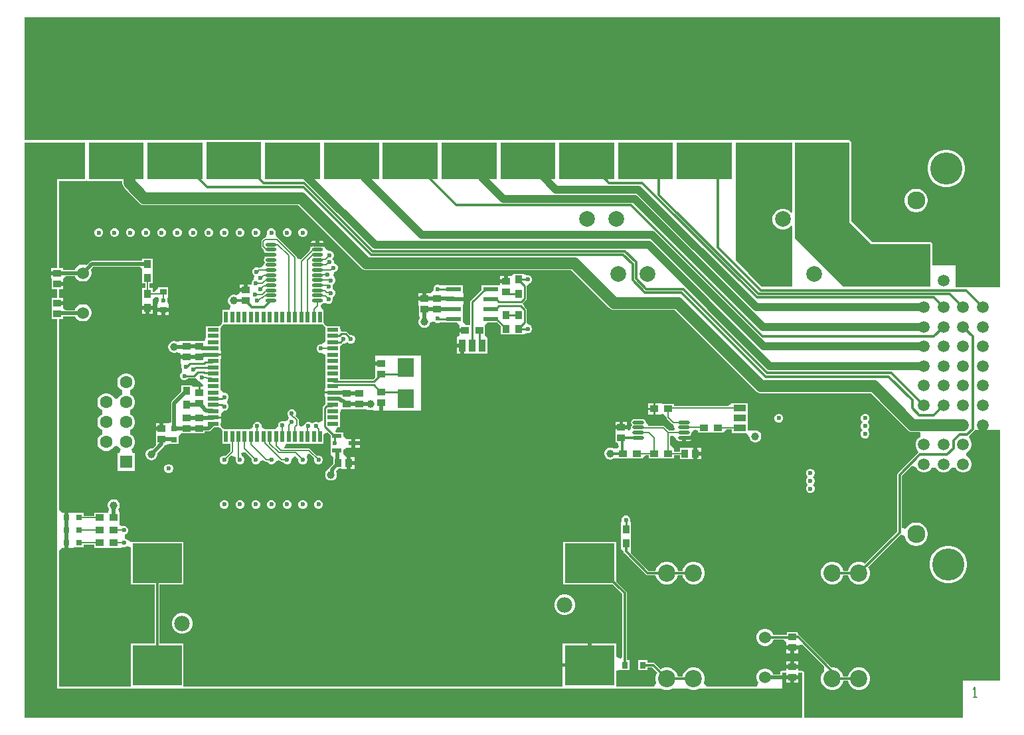
<source format=gtl>
G04*
G04 #@! TF.GenerationSoftware,Altium Limited,Altium Designer,22.8.2 (66)*
G04*
G04 Layer_Physical_Order=1*
G04 Layer_Color=255*
%FSLAX25Y25*%
%MOIN*%
G70*
G04*
G04 #@! TF.SameCoordinates,268FDEF5-58AA-4C19-BA7F-D61DA105112B*
G04*
G04*
G04 #@! TF.FilePolarity,Positive*
G04*
G01*
G75*
%ADD10C,0.00984*%
%ADD13C,0.01000*%
%ADD16C,0.00787*%
%ADD22R,0.25000X0.20000*%
%ADD23R,0.03937X0.03543*%
%ADD34R,0.03543X0.03937*%
%ADD35C,0.07795*%
%ADD36C,0.09055*%
%ADD40C,0.06299*%
%ADD46R,0.02756X0.02953*%
%ADD47R,0.03543X0.03150*%
%ADD48R,0.06496X0.03543*%
%ADD49O,0.05906X0.01772*%
%ADD50R,0.07800X0.02200*%
%ADD51R,0.03543X0.06496*%
%ADD52R,0.03150X0.03150*%
%ADD53R,0.05000X0.02200*%
%ADD54R,0.02000X0.05800*%
%ADD55R,0.05800X0.02000*%
%ADD56R,0.07874X0.09449*%
%ADD57O,0.05512X0.01772*%
%ADD58R,0.03150X0.03543*%
%ADD59C,0.01181*%
%ADD60C,0.01968*%
%ADD61C,0.05906*%
%ADD62C,0.03937*%
%ADD63C,0.08661*%
%ADD64C,0.07874*%
%ADD65R,0.06299X0.06299*%
%ADD66C,0.05906*%
%ADD67C,0.16142*%
%ADD68C,0.06000*%
%ADD69C,0.02362*%
%ADD70C,0.03937*%
G36*
X533465Y468504D02*
X505905D01*
Y487008D01*
X533465D01*
Y468504D01*
D02*
G37*
G36*
X503937D02*
X476378D01*
Y487008D01*
X503937D01*
Y468504D01*
D02*
G37*
G36*
X474409D02*
X446850D01*
Y487008D01*
X474409D01*
Y468504D01*
D02*
G37*
G36*
X444882D02*
X417323D01*
Y487008D01*
X444882D01*
Y468504D01*
D02*
G37*
G36*
X415354D02*
X387795D01*
Y487008D01*
X415354D01*
Y468504D01*
D02*
G37*
G36*
X385827D02*
X358268D01*
Y487008D01*
X385827D01*
Y468504D01*
D02*
G37*
G36*
X356299D02*
X328740D01*
Y487008D01*
X356299D01*
Y468504D01*
D02*
G37*
G36*
X326772D02*
X299213D01*
Y487008D01*
X326772D01*
Y468504D01*
D02*
G37*
G36*
X297244D02*
X269685D01*
Y487169D01*
X297244D01*
Y468504D01*
D02*
G37*
G36*
X267717D02*
X240158D01*
Y487008D01*
X267717D01*
Y468504D01*
D02*
G37*
G36*
X238189D02*
X210630D01*
Y487008D01*
X238189D01*
Y468504D01*
D02*
G37*
G36*
X563779Y451795D02*
X563279Y451704D01*
X562369Y452615D01*
X561175Y453305D01*
X559843Y453661D01*
X558464D01*
X557132Y453305D01*
X555938Y452615D01*
X554964Y451640D01*
X554274Y450446D01*
X553917Y449115D01*
Y447736D01*
X554274Y446404D01*
X554964Y445210D01*
X555938Y444235D01*
X557132Y443546D01*
X558464Y443189D01*
X559843D01*
X561175Y443546D01*
X562369Y444235D01*
X563279Y445146D01*
X563779Y445055D01*
Y414567D01*
X548032D01*
X535433Y427953D01*
Y429134D01*
Y487008D01*
X563779D01*
Y451795D01*
D02*
G37*
G36*
X592520Y446850D02*
X603543Y435827D01*
X633071D01*
Y414567D01*
X589370D01*
X564961Y438976D01*
Y487008D01*
X592520D01*
Y446850D01*
D02*
G37*
G36*
X668087Y414173D02*
X645669D01*
Y425197D01*
X634091D01*
Y431612D01*
X634173Y431920D01*
Y433040D01*
X634091Y433349D01*
Y435827D01*
X634013Y436217D01*
X633792Y436548D01*
X633461Y436769D01*
X633071Y436846D01*
X603966D01*
X593539Y447273D01*
Y487008D01*
X593462Y487398D01*
X593241Y487729D01*
X592910Y487950D01*
X592520Y488027D01*
Y488189D01*
X178369D01*
Y549977D01*
X668087Y549977D01*
Y414173D01*
D02*
G37*
G36*
X210240Y467562D02*
X210630Y467484D01*
X227620D01*
Y466536D01*
X227738Y465634D01*
X228086Y464794D01*
X228640Y464073D01*
X236120Y456593D01*
X236120Y456593D01*
X236841Y456039D01*
X237681Y455691D01*
X238583Y455573D01*
X315880D01*
X347537Y423915D01*
X348259Y423362D01*
X348315Y423339D01*
X348425Y423228D01*
X348581D01*
X349099Y423014D01*
X350000Y422895D01*
X452888D01*
X471947Y403837D01*
X472668Y403283D01*
X473508Y402935D01*
X473627Y402817D01*
X474409D01*
X474409Y402817D01*
X474409Y402817D01*
X504857D01*
X545569Y362104D01*
X546290Y361551D01*
X547130Y361203D01*
X547249Y361084D01*
X548021Y361086D01*
X548032Y361084D01*
X548032Y361084D01*
X603282D01*
X621750Y342616D01*
X622471Y342063D01*
X623311Y341715D01*
X624213Y341596D01*
X627449D01*
X628138Y341198D01*
X628280Y340414D01*
Y339901D01*
X628138Y339117D01*
X627311Y338639D01*
X626519Y337847D01*
X625959Y336877D01*
X625669Y335796D01*
Y334677D01*
X625959Y333595D01*
X626519Y332626D01*
X627007Y331344D01*
X626287Y330180D01*
X616930Y320824D01*
X616689Y320463D01*
X616605Y320037D01*
X616605Y320037D01*
Y291543D01*
X600368Y275307D01*
X599417Y275856D01*
X597985Y276240D01*
X596503D01*
X595071Y275856D01*
X593787Y275115D01*
X592739Y274067D01*
X591998Y272783D01*
X591713Y271722D01*
X589389D01*
X589104Y272783D01*
X588363Y274067D01*
X587315Y275115D01*
X586031Y275856D01*
X584599Y276240D01*
X583117D01*
X581685Y275856D01*
X580401Y275115D01*
X579353Y274067D01*
X578612Y272783D01*
X578228Y271351D01*
Y269869D01*
X578612Y268437D01*
X579353Y267153D01*
X580401Y266105D01*
X581685Y265364D01*
X583117Y264980D01*
X584599D01*
X586031Y265364D01*
X587315Y266105D01*
X588363Y267153D01*
X589104Y268437D01*
X589389Y269498D01*
X591713D01*
X591998Y268437D01*
X592739Y267153D01*
X593787Y266105D01*
X595071Y265364D01*
X596503Y264980D01*
X597985D01*
X599417Y265364D01*
X600701Y266105D01*
X601749Y267153D01*
X602490Y268437D01*
X602874Y269869D01*
Y271351D01*
X602490Y272783D01*
X601941Y273735D01*
X618189Y289983D01*
X619512Y289715D01*
X620212Y289311D01*
X620381Y288458D01*
X620821Y287398D01*
X621458Y286443D01*
X622270Y285631D01*
X623224Y284994D01*
X624285Y284555D01*
X625410Y284331D01*
X626558D01*
X627684Y284555D01*
X628744Y284994D01*
X629699Y285631D01*
X630510Y286443D01*
X631148Y287398D01*
X631587Y288458D01*
X631811Y289584D01*
Y290731D01*
X631587Y291857D01*
X631148Y292917D01*
X630510Y293872D01*
X629699Y294683D01*
X628744Y295321D01*
X627684Y295760D01*
X626558Y295984D01*
X625410D01*
X624285Y295760D01*
X623224Y295321D01*
X622270Y294683D01*
X621458Y293872D01*
X620821Y292917D01*
X620797Y292860D01*
X618828Y293252D01*
Y319577D01*
X623797Y324545D01*
X625923Y323887D01*
X625959Y323752D01*
X626519Y322783D01*
X627311Y321991D01*
X628280Y321431D01*
X629361Y321142D01*
X630481D01*
X631563Y321431D01*
X632532Y321991D01*
X633324Y322783D01*
X633802Y323611D01*
X634586Y323752D01*
X635099D01*
X635883Y323611D01*
X636361Y322783D01*
X637153Y321991D01*
X638123Y321431D01*
X639204Y321142D01*
X640324D01*
X641405Y321431D01*
X642375Y321991D01*
X643166Y322783D01*
X643644Y323611D01*
X644428Y323752D01*
X644942D01*
X645726Y323611D01*
X646204Y322783D01*
X646995Y321991D01*
X647965Y321431D01*
X649047Y321142D01*
X650166D01*
X651248Y321431D01*
X652217Y321991D01*
X653009Y322783D01*
X653569Y323752D01*
X653858Y324834D01*
Y325954D01*
X653569Y327035D01*
X653009Y328005D01*
X652217Y328796D01*
X651389Y329274D01*
X651248Y330058D01*
Y330572D01*
X651389Y331356D01*
X652217Y331834D01*
X653009Y332626D01*
X653569Y333595D01*
X653858Y334677D01*
Y335796D01*
X653569Y336877D01*
X653009Y337847D01*
X652442Y339002D01*
X653241Y340292D01*
X655235Y342287D01*
X655235Y342287D01*
X655391Y342520D01*
X668087D01*
Y216535D01*
X649606D01*
Y198055D01*
X571886D01*
X569917Y198055D01*
Y220472D01*
X569840Y220863D01*
X569619Y221193D01*
X569288Y221414D01*
X568898Y221492D01*
X566732D01*
Y222539D01*
X560827D01*
Y221492D01*
X558661D01*
X558271Y221414D01*
X557940Y221193D01*
X557719Y220863D01*
X557642Y220472D01*
Y219722D01*
X554279D01*
X554203Y220006D01*
X553637Y220986D01*
X552837Y221787D01*
X551856Y222353D01*
X550763Y222646D01*
X549631D01*
X548537Y222353D01*
X547557Y221787D01*
X546757Y220986D01*
X546191Y220006D01*
X545898Y218913D01*
Y217780D01*
X546191Y216687D01*
X546757Y215707D01*
X546877Y215586D01*
X546062Y213618D01*
X520660D01*
X519518Y215263D01*
X519468Y215586D01*
X519803Y216838D01*
Y218320D01*
X519419Y219752D01*
X518678Y221036D01*
X517630Y222084D01*
X516346Y222825D01*
X514915Y223209D01*
X513432D01*
X512000Y222825D01*
X510716Y222084D01*
X509668Y221036D01*
X508927Y219752D01*
X508643Y218691D01*
X506318D01*
X506034Y219752D01*
X505293Y221036D01*
X504244Y222084D01*
X502960Y222825D01*
X501529Y223209D01*
X500046D01*
X498614Y222825D01*
X497663Y222276D01*
X494743Y225196D01*
X494382Y225437D01*
X493957Y225521D01*
X493957Y225521D01*
X491142D01*
Y226969D01*
X486417D01*
Y221850D01*
X491142D01*
Y223298D01*
X493496D01*
X496091Y220703D01*
X495541Y219752D01*
X495157Y218320D01*
Y216838D01*
X495493Y215586D01*
X495442Y215263D01*
X494300Y213618D01*
X475571D01*
Y221423D01*
X477362Y221850D01*
X477539Y221850D01*
X482087D01*
Y226969D01*
X480836D01*
Y260453D01*
X480836Y260453D01*
X480752Y260878D01*
X480511Y261239D01*
X475374Y266376D01*
Y286378D01*
X448799D01*
Y264803D01*
X473802D01*
X478613Y259992D01*
Y228492D01*
X478318Y228134D01*
X477539Y227672D01*
X475571Y228742D01*
Y235394D01*
X463071D01*
Y224409D01*
X462087D01*
Y223425D01*
X448602D01*
Y213618D01*
X260254D01*
X258288Y213622D01*
X258288Y215586D01*
Y235197D01*
X246112D01*
Y264803D01*
X258288D01*
Y286378D01*
X232448D01*
X231880Y286378D01*
X230908Y286773D01*
X230077Y287181D01*
X229582Y287676D01*
X228780Y288008D01*
Y289945D01*
X229582Y290277D01*
X230195Y290891D01*
X230528Y291692D01*
Y292560D01*
X230195Y293361D01*
X229582Y293975D01*
X228780Y294307D01*
X227913D01*
X225984Y294685D01*
Y295866D01*
X225984Y296654D01*
Y300984D01*
X225984Y300984D01*
X225604Y302902D01*
X225995Y303579D01*
X226197Y304334D01*
Y305115D01*
X225995Y305870D01*
X225604Y306547D01*
X225051Y307100D01*
X224374Y307491D01*
X223619Y307693D01*
X222837D01*
X222082Y307491D01*
X221406Y307100D01*
X220853Y306547D01*
X220462Y305870D01*
X220260Y305115D01*
Y304334D01*
X220462Y303579D01*
X220853Y302902D01*
X220472Y300984D01*
X218898D01*
X218504Y300984D01*
X213386D01*
Y299336D01*
X208268D01*
Y300787D01*
X204052D01*
X202165Y300984D01*
X201656Y300984D01*
X200591D01*
Y298425D01*
X198622D01*
Y300984D01*
X197870D01*
X197047Y300984D01*
X195902Y302478D01*
Y398327D01*
X197638D01*
Y399638D01*
X203740D01*
X204237Y398778D01*
X205037Y397977D01*
X206018Y397411D01*
X207111Y397118D01*
X208243D01*
X209337Y397411D01*
X210317Y397977D01*
X211117Y398778D01*
X211683Y399758D01*
X211976Y400851D01*
Y401983D01*
X211683Y403077D01*
X211117Y404057D01*
X210317Y404857D01*
X209337Y405423D01*
X208243Y405717D01*
X207111D01*
X206018Y405423D01*
X205037Y404857D01*
X204237Y404057D01*
X203671Y403077D01*
X203561Y402665D01*
X199480D01*
X197835Y403445D01*
Y405217D01*
X194882D01*
Y407185D01*
X197835D01*
Y408957D01*
X195902D01*
Y413189D01*
X197835D01*
Y414961D01*
X194882D01*
Y416929D01*
X197835D01*
Y418701D01*
X199305Y419904D01*
X203632D01*
X203671Y419758D01*
X204237Y418778D01*
X205037Y417977D01*
X206018Y417411D01*
X207111Y417118D01*
X208243D01*
X209337Y417411D01*
X210317Y417977D01*
X211117Y418778D01*
X211683Y419758D01*
X211976Y420851D01*
Y421983D01*
X211708Y422984D01*
X212567Y424050D01*
X212949Y424471D01*
X236356D01*
X237598Y423228D01*
Y421654D01*
X237598Y421260D01*
Y416142D01*
X239246D01*
Y413779D01*
X239100Y413779D01*
X237598D01*
Y408777D01*
X237402Y406890D01*
X237402Y406381D01*
Y404921D01*
X240158D01*
X242913D01*
Y406381D01*
X242913Y406890D01*
X242782Y408144D01*
X243306Y408950D01*
X244264Y409246D01*
X245058Y409192D01*
X245632Y408916D01*
X245850Y407914D01*
Y407242D01*
X245276Y405512D01*
X245276D01*
Y403937D01*
X250787D01*
Y405512D01*
X250787Y405512D01*
X250213Y407046D01*
Y407914D01*
X250591Y409646D01*
X250590Y409646D01*
Y414370D01*
X245472D01*
Y413770D01*
X243504Y411935D01*
X243502D01*
D01*
X242717Y411935D01*
X242717Y412081D01*
Y413779D01*
X241069D01*
Y416142D01*
X241215Y416142D01*
X242717D01*
Y421260D01*
X242717Y421654D01*
Y423228D01*
X242717Y423622D01*
Y428740D01*
X237598D01*
Y427498D01*
X212244D01*
X211665Y427382D01*
X211174Y427054D01*
X211174Y427054D01*
X209468Y425348D01*
X209337Y425423D01*
X208243Y425716D01*
X207111D01*
X206018Y425423D01*
X205037Y424858D01*
X204237Y424057D01*
X203671Y423077D01*
X203632Y422931D01*
X197638D01*
Y423819D01*
X196063D01*
X195902Y424016D01*
Y467484D01*
X208661D01*
X209052Y467562D01*
X209382Y467783D01*
X209909D01*
X210240Y467562D01*
D02*
G37*
G36*
X200591Y283268D02*
X201656D01*
X202165Y283268D01*
X204052Y283465D01*
X208268D01*
Y284915D01*
X213386D01*
Y283268D01*
X218504D01*
X218898Y283268D01*
X220472D01*
X220866Y283268D01*
X225984D01*
Y283268D01*
X227913Y283646D01*
X228780D01*
X229582Y283978D01*
X229744Y284140D01*
X231713Y283502D01*
Y264803D01*
X243888D01*
Y235197D01*
X231713D01*
Y215586D01*
X231713Y213622D01*
X229746Y213618D01*
X195902D01*
Y281774D01*
X197047Y283268D01*
X197870Y283268D01*
X198622D01*
Y285827D01*
X200591D01*
Y283268D01*
D02*
G37*
G36*
X208661Y468504D02*
X194882D01*
Y424016D01*
X191929D01*
Y422244D01*
X194882D01*
Y420276D01*
X191929D01*
Y418504D01*
X192126Y418504D01*
Y413386D01*
X194882D01*
Y408760D01*
X192126D01*
Y403642D01*
X192126D01*
Y403445D01*
X192126D01*
Y398327D01*
X194882D01*
Y212598D01*
X498154D01*
X498614Y212333D01*
X500046Y211949D01*
X501529D01*
X502960Y212333D01*
X503421Y212598D01*
X511540D01*
X512000Y212333D01*
X513432Y211949D01*
X514915D01*
X516346Y212333D01*
X516807Y212598D01*
X558661D01*
Y220472D01*
X560827D01*
Y219193D01*
X566732D01*
Y220472D01*
X568898D01*
Y198055D01*
X178369Y198055D01*
Y468504D01*
Y487008D01*
X208661D01*
Y468504D01*
D02*
G37*
%LPC*%
G36*
X642065Y483386D02*
X640219D01*
X638409Y483026D01*
X636703Y482319D01*
X635169Y481294D01*
X633863Y479989D01*
X632838Y478454D01*
X632132Y476749D01*
X631772Y474939D01*
Y473093D01*
X632132Y471283D01*
X632838Y469577D01*
X633863Y468043D01*
X635169Y466738D01*
X636703Y465712D01*
X638409Y465006D01*
X640219Y464646D01*
X642065D01*
X643875Y465006D01*
X645580Y465712D01*
X647115Y466738D01*
X648420Y468043D01*
X649445Y469577D01*
X650152Y471283D01*
X650512Y473093D01*
Y474939D01*
X650152Y476749D01*
X649445Y478454D01*
X648420Y479989D01*
X647115Y481294D01*
X645580Y482319D01*
X643875Y483026D01*
X642065Y483386D01*
D02*
G37*
G36*
X626558Y463701D02*
X625410D01*
X624285Y463477D01*
X623224Y463038D01*
X622270Y462400D01*
X621458Y461588D01*
X620821Y460634D01*
X620381Y459574D01*
X620157Y458448D01*
Y457300D01*
X620381Y456174D01*
X620821Y455114D01*
X621458Y454160D01*
X622270Y453348D01*
X623224Y452710D01*
X624285Y452271D01*
X625410Y452047D01*
X626558D01*
X627684Y452271D01*
X628744Y452710D01*
X629699Y453348D01*
X630510Y454160D01*
X631148Y455114D01*
X631587Y456174D01*
X631811Y457300D01*
Y458448D01*
X631587Y459574D01*
X631148Y460634D01*
X630510Y461588D01*
X629699Y462400D01*
X628744Y463038D01*
X627684Y463477D01*
X626558Y463701D01*
D02*
G37*
G36*
X318544Y443913D02*
X317676D01*
X316875Y443581D01*
X316261Y442968D01*
X315929Y442166D01*
Y441298D01*
X316261Y440497D01*
X316875Y439883D01*
X317676Y439551D01*
X318544D01*
X319346Y439883D01*
X319959Y440497D01*
X320291Y441298D01*
Y442166D01*
X319959Y442968D01*
X319346Y443581D01*
X318544Y443913D01*
D02*
G37*
G36*
X310670D02*
X309802D01*
X309001Y443581D01*
X308387Y442968D01*
X308055Y442166D01*
Y441298D01*
X308387Y440497D01*
X309001Y439883D01*
X309802Y439551D01*
X310670D01*
X311472Y439883D01*
X312085Y440497D01*
X312417Y441298D01*
Y442166D01*
X312085Y442968D01*
X311472Y443581D01*
X310670Y443913D01*
D02*
G37*
G36*
X294922D02*
X294054D01*
X293253Y443581D01*
X292639Y442968D01*
X292307Y442166D01*
Y441298D01*
X292639Y440497D01*
X293253Y439883D01*
X294054Y439551D01*
X294922D01*
X295724Y439883D01*
X296337Y440497D01*
X296669Y441298D01*
Y442166D01*
X296337Y442968D01*
X295724Y443581D01*
X294922Y443913D01*
D02*
G37*
G36*
X287048D02*
X286180D01*
X285379Y443581D01*
X284765Y442968D01*
X284433Y442166D01*
Y441298D01*
X284765Y440497D01*
X285379Y439883D01*
X286180Y439551D01*
X287048D01*
X287850Y439883D01*
X288463Y440497D01*
X288795Y441298D01*
Y442166D01*
X288463Y442968D01*
X287850Y443581D01*
X287048Y443913D01*
D02*
G37*
G36*
X279174D02*
X278306D01*
X277505Y443581D01*
X276891Y442968D01*
X276559Y442166D01*
Y441298D01*
X276891Y440497D01*
X277505Y439883D01*
X278306Y439551D01*
X279174D01*
X279976Y439883D01*
X280589Y440497D01*
X280921Y441298D01*
Y442166D01*
X280589Y442968D01*
X279976Y443581D01*
X279174Y443913D01*
D02*
G37*
G36*
X271300D02*
X270432D01*
X269631Y443581D01*
X269017Y442968D01*
X268685Y442166D01*
Y441298D01*
X269017Y440497D01*
X269631Y439883D01*
X270432Y439551D01*
X271300D01*
X272102Y439883D01*
X272715Y440497D01*
X273047Y441298D01*
Y442166D01*
X272715Y442968D01*
X272102Y443581D01*
X271300Y443913D01*
D02*
G37*
G36*
X263426D02*
X262558D01*
X261757Y443581D01*
X261143Y442968D01*
X260811Y442166D01*
Y441298D01*
X261143Y440497D01*
X261757Y439883D01*
X262558Y439551D01*
X263426D01*
X264228Y439883D01*
X264841Y440497D01*
X265173Y441298D01*
Y442166D01*
X264841Y442968D01*
X264228Y443581D01*
X263426Y443913D01*
D02*
G37*
G36*
X255552D02*
X254684D01*
X253883Y443581D01*
X253269Y442968D01*
X252937Y442166D01*
Y441298D01*
X253269Y440497D01*
X253883Y439883D01*
X254684Y439551D01*
X255552D01*
X256354Y439883D01*
X256967Y440497D01*
X257299Y441298D01*
Y442166D01*
X256967Y442968D01*
X256354Y443581D01*
X255552Y443913D01*
D02*
G37*
G36*
X247678D02*
X246810D01*
X246009Y443581D01*
X245395Y442968D01*
X245063Y442166D01*
Y441298D01*
X245395Y440497D01*
X246009Y439883D01*
X246810Y439551D01*
X247678D01*
X248480Y439883D01*
X249093Y440497D01*
X249425Y441298D01*
Y442166D01*
X249093Y442968D01*
X248480Y443581D01*
X247678Y443913D01*
D02*
G37*
G36*
X239804D02*
X238936D01*
X238135Y443581D01*
X237521Y442968D01*
X237189Y442166D01*
Y441298D01*
X237521Y440497D01*
X238135Y439883D01*
X238936Y439551D01*
X239804D01*
X240606Y439883D01*
X241219Y440497D01*
X241551Y441298D01*
Y442166D01*
X241219Y442968D01*
X240606Y443581D01*
X239804Y443913D01*
D02*
G37*
G36*
X231930D02*
X231062D01*
X230261Y443581D01*
X229647Y442968D01*
X229315Y442166D01*
Y441298D01*
X229647Y440497D01*
X230261Y439883D01*
X231062Y439551D01*
X231930D01*
X232732Y439883D01*
X233345Y440497D01*
X233677Y441298D01*
Y442166D01*
X233345Y442968D01*
X232732Y443581D01*
X231930Y443913D01*
D02*
G37*
G36*
X224056D02*
X223188D01*
X222387Y443581D01*
X221773Y442968D01*
X221441Y442166D01*
Y441298D01*
X221773Y440497D01*
X222387Y439883D01*
X223188Y439551D01*
X224056D01*
X224857Y439883D01*
X225471Y440497D01*
X225803Y441298D01*
Y442166D01*
X225471Y442968D01*
X224857Y443581D01*
X224056Y443913D01*
D02*
G37*
G36*
X216182D02*
X215314D01*
X214512Y443581D01*
X213899Y442968D01*
X213567Y442166D01*
Y441298D01*
X213899Y440497D01*
X214512Y439883D01*
X215314Y439551D01*
X216182D01*
X216984Y439883D01*
X217597Y440497D01*
X217929Y441298D01*
Y442166D01*
X217597Y442968D01*
X216984Y443581D01*
X216182Y443913D01*
D02*
G37*
G36*
X327264Y437635D02*
X326378D01*
Y436713D01*
X328855D01*
X328612Y437077D01*
X327993Y437490D01*
X327264Y437635D01*
D02*
G37*
G36*
X324410D02*
X323524D01*
X322794Y437490D01*
X322175Y437077D01*
X321932Y436713D01*
X324410D01*
Y437635D01*
D02*
G37*
G36*
X302796Y443913D02*
X301928D01*
X301127Y443581D01*
X300513Y442968D01*
X300181Y442166D01*
Y441298D01*
X300276Y441069D01*
X299469Y439376D01*
X299213Y439100D01*
X298864Y439031D01*
X298568Y438833D01*
X297584Y437849D01*
X297387Y437553D01*
X297317Y437205D01*
Y434872D01*
X297387Y434523D01*
X297584Y434228D01*
X298117Y433695D01*
X298947Y431958D01*
X298704Y431594D01*
X299640D01*
X299642Y431593D01*
X300295Y431463D01*
X302165D01*
Y429757D01*
X300295D01*
X299642Y429628D01*
X299640Y429626D01*
X298704D01*
X298947Y429262D01*
X298980Y429095D01*
X298760Y428765D01*
X298719Y428704D01*
X298719Y428704D01*
X298589Y428051D01*
X298719Y427398D01*
X299089Y426845D01*
X299089Y426845D01*
Y426698D01*
X298719Y426145D01*
X298589Y425492D01*
X297830Y424594D01*
X296117Y423896D01*
X295316Y424228D01*
X294448D01*
X293646Y423896D01*
X293033Y423283D01*
X292701Y422481D01*
Y421613D01*
X293033Y420812D01*
X293646Y420198D01*
X293738Y420160D01*
X293766Y419997D01*
X293542Y418111D01*
X293253Y417991D01*
X292717Y417455D01*
X292639Y417377D01*
X292639Y417377D01*
X292307Y416576D01*
X292307Y416574D01*
X292307Y415708D01*
X290488Y415650D01*
X290354D01*
Y412894D01*
X289370D01*
Y411909D01*
X286417D01*
Y411371D01*
X284716Y410312D01*
X284449Y410290D01*
X283855Y410449D01*
X283074D01*
X282319Y410247D01*
X281642Y409856D01*
X281089Y409303D01*
X280698Y408626D01*
X280496Y407871D01*
Y407090D01*
X280698Y406334D01*
X281089Y405658D01*
X281642Y405105D01*
X281915Y404947D01*
X281567Y402979D01*
X277762D01*
X277762Y397365D01*
X277762Y396809D01*
X277606Y396015D01*
X277588Y395966D01*
X277178Y395263D01*
X276475Y394853D01*
X276426Y394835D01*
X275632Y394679D01*
X275092Y394679D01*
X269462D01*
Y391104D01*
Y388841D01*
X268898Y387106D01*
X263386D01*
Y387106D01*
X262598D01*
Y387106D01*
X257087D01*
X257087Y387106D01*
X255118Y386771D01*
X254689Y387018D01*
X253934Y387221D01*
X253152D01*
X252397Y387018D01*
X251721Y386627D01*
X251168Y386075D01*
X250777Y385398D01*
X250575Y384643D01*
Y383861D01*
X250777Y383106D01*
X251168Y382429D01*
X251721Y381877D01*
X252397Y381486D01*
X253152Y381283D01*
X253934D01*
X254689Y381486D01*
X254921Y381620D01*
X256314Y381093D01*
X256890Y380616D01*
Y380217D01*
X259842D01*
Y378248D01*
X256890D01*
Y376476D01*
X256890Y376476D01*
X257268Y374843D01*
Y373976D01*
X257600Y373174D01*
X257435Y371623D01*
X257047Y371155D01*
X256812Y370920D01*
X256480Y370119D01*
Y369251D01*
X256812Y368449D01*
X257426Y367836D01*
X258228Y367504D01*
X259095D01*
X259897Y367836D01*
X260510Y368449D01*
X260603Y368673D01*
X263623D01*
X264226Y368590D01*
X265474Y367662D01*
X266087Y367049D01*
X266889Y366717D01*
X268258Y364956D01*
X267940Y364091D01*
X266642D01*
Y361319D01*
X265642D01*
Y364091D01*
X263173D01*
X262402Y364961D01*
Y364961D01*
X257283D01*
Y361786D01*
X252473Y356976D01*
X252145Y356485D01*
X252030Y355906D01*
X252030Y355906D01*
Y346291D01*
X250197Y345965D01*
X249532Y345965D01*
X248228D01*
Y343209D01*
X247244D01*
Y342224D01*
X244291D01*
X244291Y340453D01*
X244488Y338566D01*
Y335335D01*
X244488D01*
X244640Y334969D01*
X242862Y333191D01*
X242517Y333283D01*
X241735D01*
X240980Y333081D01*
X240303Y332690D01*
X239751Y332138D01*
X239360Y331461D01*
X239158Y330706D01*
Y329924D01*
X239360Y329169D01*
X239751Y328492D01*
X240303Y327940D01*
X240980Y327549D01*
X241735Y327346D01*
X242517D01*
X243272Y327549D01*
X243949Y327940D01*
X244501Y328492D01*
X244892Y329169D01*
X245094Y329924D01*
Y330706D01*
X245002Y331051D01*
X248314Y334363D01*
X248388Y334474D01*
X250000Y335335D01*
X251378Y335433D01*
Y335433D01*
X255709D01*
X255709Y339449D01*
X256819Y340575D01*
X257310Y340846D01*
X262598D01*
Y340846D01*
X263386D01*
Y340846D01*
X268898D01*
Y341892D01*
X270864D01*
X270864Y341892D01*
X271443Y342007D01*
X271934Y342335D01*
X273502Y343904D01*
X275632Y343904D01*
X276426Y343747D01*
X276475Y343730D01*
X277178Y343320D01*
X277588Y342617D01*
X277606Y342567D01*
X277762Y341774D01*
X277762Y341233D01*
Y335604D01*
X281738D01*
Y331959D01*
X281738Y331846D01*
X279498Y329606D01*
X279174Y329740D01*
X278306D01*
X277505Y329408D01*
X276891Y328795D01*
X276559Y327993D01*
Y327125D01*
X276891Y326324D01*
X277505Y325710D01*
X278306Y325378D01*
X279174D01*
X279976Y325710D01*
X280589Y326324D01*
X280921Y327125D01*
Y327993D01*
X280787Y328317D01*
X281919Y329449D01*
X282464Y329563D01*
X284315Y329061D01*
X284599Y328452D01*
X284433Y327993D01*
X284433Y327628D01*
Y327125D01*
X284765Y326324D01*
X285379Y325710D01*
X286180Y325378D01*
X287048D01*
X287850Y325710D01*
X288463Y326324D01*
X288795Y327125D01*
Y327993D01*
X288463Y328795D01*
X287850Y329408D01*
X287415Y329588D01*
X287196Y330772D01*
X287218Y330925D01*
X289202Y331556D01*
X292441Y328317D01*
X292307Y327993D01*
Y327125D01*
X292639Y326324D01*
X293253Y325710D01*
X294054Y325378D01*
X294922D01*
X295724Y325710D01*
X296337Y326324D01*
X296514Y326750D01*
X297842Y327295D01*
X298118Y327335D01*
X299123Y326925D01*
X299133Y326915D01*
X299428Y326717D01*
X299600Y326683D01*
X300738Y326098D01*
X301127Y325710D01*
X301928Y325378D01*
X302796D01*
X303598Y325710D01*
X304211Y326324D01*
X304338Y326629D01*
X305748Y327158D01*
X307028Y326786D01*
X307132Y326717D01*
X307480Y326648D01*
X307486D01*
X308492Y326219D01*
X309001Y325710D01*
X309802Y325378D01*
X310670D01*
X311472Y325710D01*
X312085Y326324D01*
X312417Y327125D01*
Y327993D01*
X313839Y329278D01*
X314535Y329433D01*
X314594Y329419D01*
X315929Y327993D01*
Y327125D01*
X316261Y326324D01*
X316875Y325710D01*
X317676Y325378D01*
X318544D01*
X319346Y325710D01*
X319959Y326324D01*
X320291Y327125D01*
Y327993D01*
X320068Y328532D01*
X320143Y329219D01*
X320802Y330736D01*
X321378Y330876D01*
X323938Y328317D01*
X323803Y327993D01*
Y327125D01*
X324135Y326324D01*
X324749Y325710D01*
X325550Y325378D01*
X326418D01*
X327220Y325710D01*
X327833Y326324D01*
X328165Y327125D01*
Y327993D01*
X327833Y328795D01*
X327220Y329408D01*
X326418Y329740D01*
X325550D01*
X325226Y329606D01*
X321815Y333017D01*
X321804Y333028D01*
X321798Y333034D01*
X321798Y333034D01*
X321502Y333232D01*
X321153Y333301D01*
X321129Y333301D01*
X320234D01*
X319139D01*
X317170Y333301D01*
X315127D01*
X315127Y333301D01*
X315127Y333301D01*
X309015D01*
X308792Y333635D01*
X309844Y335604D01*
X328537D01*
Y340380D01*
X329619Y341038D01*
X330505Y341274D01*
X330596Y341213D01*
X330792Y341175D01*
X331983Y339984D01*
Y337639D01*
X331983D01*
X332065Y335827D01*
X331983Y334014D01*
X331983D01*
Y330239D01*
X332233D01*
X333366Y328740D01*
Y325368D01*
X331590Y323592D01*
X331262Y323101D01*
X331215Y322866D01*
X331138Y322845D01*
X330461Y322454D01*
X329908Y321901D01*
X329517Y321224D01*
X329315Y320469D01*
Y319688D01*
X329517Y318933D01*
X329908Y318256D01*
X330461Y317703D01*
X331138Y317313D01*
X331893Y317110D01*
X332674D01*
X333429Y317313D01*
X334106Y317703D01*
X334659Y318256D01*
X335050Y318933D01*
X335252Y319688D01*
Y320469D01*
X335050Y321224D01*
X334879Y321519D01*
X335706Y322881D01*
X336078Y323228D01*
X336597D01*
X338484Y323031D01*
X340256Y323031D01*
Y325984D01*
Y328937D01*
X339986D01*
X338558Y330239D01*
X338558Y330670D01*
Y332046D01*
X338558Y332438D01*
X339986Y333742D01*
X341179Y333742D01*
X342486D01*
Y335827D01*
Y337911D01*
X341179Y337911D01*
X339986Y337911D01*
X338558Y339215D01*
X338558Y339608D01*
Y341414D01*
X334807D01*
X334458Y341935D01*
X335511Y343904D01*
X336837D01*
Y347004D01*
Y351316D01*
X337402Y353051D01*
X342913D01*
Y353051D01*
X343701D01*
Y353051D01*
X349213D01*
Y353051D01*
X351031Y352690D01*
X351578Y352543D01*
X352359D01*
X352362Y352544D01*
X354331Y352362D01*
Y352362D01*
X377559D01*
Y379921D01*
X354331D01*
Y368852D01*
X353420Y367941D01*
X336837D01*
Y372204D01*
Y375404D01*
Y378504D01*
Y381704D01*
Y384617D01*
X338149Y386008D01*
X339017D01*
X339818Y386340D01*
X340354Y386876D01*
X340891Y386340D01*
X341692Y386008D01*
X342560D01*
X343361Y386340D01*
X343975Y386953D01*
X344307Y387755D01*
Y388623D01*
X343975Y389424D01*
X343361Y390038D01*
X342560Y390370D01*
X341692D01*
X341636Y390347D01*
X340405Y391578D01*
X340077Y391797D01*
X339690Y391874D01*
X337475D01*
X336837Y393754D01*
Y394679D01*
X331224Y394679D01*
X330667Y394679D01*
X329873Y394835D01*
X329824Y394853D01*
X329121Y395263D01*
X328711Y395966D01*
X328694Y396015D01*
X328537Y396809D01*
X328537Y397349D01*
Y402979D01*
X328190D01*
X327374Y403903D01*
X326990Y404771D01*
X327807Y405981D01*
X327917Y406003D01*
X328470Y406372D01*
X329867Y406419D01*
X330668Y406087D01*
X331536D01*
X332338Y406419D01*
X332951Y407032D01*
X333283Y407834D01*
Y408702D01*
X333012Y409358D01*
X333519Y409568D01*
X334133Y410182D01*
X334465Y410984D01*
Y411851D01*
X334133Y412653D01*
X333519Y413266D01*
X333012Y413477D01*
X333283Y414133D01*
Y415001D01*
X333012Y415657D01*
X333519Y415868D01*
X334133Y416481D01*
X334465Y417283D01*
Y418150D01*
X334133Y418952D01*
X333655Y419429D01*
X333545Y420091D01*
X333624Y421653D01*
X333898Y421835D01*
X334700Y422167D01*
X335314Y422780D01*
X335646Y423582D01*
Y424450D01*
X335314Y425251D01*
X334700Y425865D01*
X333898Y426197D01*
X333771D01*
X333677Y426338D01*
Y427206D01*
X333345Y428007D01*
X332809Y428543D01*
X333345Y429079D01*
X333677Y429881D01*
Y430749D01*
X333345Y431551D01*
X332732Y432164D01*
X331930Y432496D01*
X331062D01*
X329473Y433619D01*
X329108Y434744D01*
X327919D01*
X327917Y434746D01*
X327264Y434875D01*
X325394D01*
X323524D01*
X322871Y434746D01*
X322868Y434744D01*
X321932D01*
X322175Y434380D01*
X321345Y432644D01*
X317029Y428328D01*
X315766Y428622D01*
X315061Y429086D01*
Y429157D01*
X314991Y429506D01*
X314794Y429802D01*
X305762Y438833D01*
X305504Y439006D01*
X305465Y439033D01*
X305129Y439426D01*
X304833Y439938D01*
X304448Y441069D01*
X304543Y441298D01*
Y442166D01*
X304211Y442968D01*
X303598Y443581D01*
X302796Y443913D01*
D02*
G37*
G36*
X419095Y419980D02*
X417126D01*
Y418209D01*
X419095D01*
Y419980D01*
D02*
G37*
G36*
X288386Y415650D02*
X286417D01*
Y413878D01*
X288386D01*
Y415650D01*
D02*
G37*
G36*
X378150Y411319D02*
X376181D01*
Y409547D01*
X378150D01*
Y411319D01*
D02*
G37*
G36*
X242913Y402953D02*
X241142D01*
Y400984D01*
X242913D01*
Y402953D01*
D02*
G37*
G36*
X239173D02*
X237402D01*
Y400984D01*
X239173D01*
Y402953D01*
D02*
G37*
G36*
X250787Y401968D02*
X249016D01*
Y400394D01*
X250787D01*
Y401968D01*
D02*
G37*
G36*
X247047D02*
X245276D01*
Y400394D01*
X247047D01*
Y401968D01*
D02*
G37*
G36*
X423819Y420866D02*
X423032Y419980D01*
X421063D01*
Y417224D01*
X420079D01*
Y416240D01*
X417126D01*
X417126Y415293D01*
X415510Y415293D01*
X407762D01*
Y412949D01*
X402434Y407621D01*
X402215Y407293D01*
X402138Y406906D01*
Y395276D01*
X399991D01*
X398537Y396518D01*
X398537Y397244D01*
X398537Y401518D01*
X398537Y402261D01*
Y404434D01*
X398734Y406321D01*
X398734Y407180D01*
Y407421D01*
X393850D01*
Y409390D01*
X398734D01*
Y410490D01*
X398537Y412377D01*
Y415293D01*
X389162D01*
X389162Y415293D01*
X387194Y415103D01*
X387062Y415235D01*
X386261Y415567D01*
X385393D01*
X384591Y415235D01*
X383978Y414621D01*
X383646Y413820D01*
Y412952D01*
X382480Y411319D01*
X380512Y411319D01*
X380118D01*
Y408563D01*
X379134D01*
Y407579D01*
X376181D01*
X376181Y405807D01*
X376378Y403920D01*
Y400689D01*
X376378Y400689D01*
X376806Y398721D01*
X376759Y398673D01*
X376368Y397996D01*
X376165Y397241D01*
Y396460D01*
X376368Y395705D01*
X376759Y395028D01*
X377311Y394475D01*
X377988Y394084D01*
X378743Y393882D01*
X379525D01*
X380280Y394084D01*
X380957Y394475D01*
X381509Y395028D01*
X381900Y395705D01*
X382102Y396460D01*
Y396573D01*
X383598Y397065D01*
X384071Y397097D01*
X384591Y396576D01*
X385393Y396244D01*
X386261D01*
X387062Y396576D01*
X387194Y396708D01*
X389162Y396518D01*
Y396518D01*
X395200D01*
X396654Y395276D01*
X396654Y394550D01*
Y393504D01*
X399606D01*
Y391535D01*
X396654D01*
Y389764D01*
X395394Y389272D01*
Y386024D01*
X398150D01*
Y385039D01*
X399134D01*
Y380807D01*
X400906D01*
Y381004D01*
X410709D01*
Y389075D01*
X410709D01*
X409449Y389961D01*
Y394550D01*
X409449Y395079D01*
X410726Y396518D01*
X415634D01*
X417520Y394632D01*
Y390551D01*
X421850D01*
X423819Y390551D01*
X424606Y390551D01*
X428937D01*
Y390551D01*
X430668Y391126D01*
X431536D01*
X432338Y391458D01*
X432951Y392072D01*
X433284Y392873D01*
Y393741D01*
X432951Y394543D01*
X432338Y395156D01*
X432041Y395279D01*
X431405Y395616D01*
X430548Y396451D01*
X430441Y397307D01*
Y402892D01*
X430364Y403279D01*
X430144Y403608D01*
X429368Y404384D01*
X428551Y406111D01*
X429370Y407036D01*
X430144Y407810D01*
X430364Y408138D01*
X430441Y408525D01*
Y414111D01*
X430548Y414967D01*
X431405Y415801D01*
X432041Y416138D01*
X432338Y416261D01*
X432951Y416875D01*
X433284Y417676D01*
Y418544D01*
X432951Y419346D01*
X432338Y419959D01*
X431536Y420291D01*
X430668D01*
X428937Y420866D01*
Y420866D01*
X423819D01*
Y420866D01*
D02*
G37*
G36*
X397165Y384055D02*
X395394D01*
Y380807D01*
X397165D01*
Y384055D01*
D02*
G37*
G36*
X229995Y370905D02*
X228824D01*
X227692Y370602D01*
X226678Y370017D01*
X225850Y369188D01*
X225264Y368174D01*
X224961Y367042D01*
Y365871D01*
X225264Y364739D01*
X225850Y363725D01*
X226678Y362897D01*
X227303Y362536D01*
X227515Y361482D01*
Y361432D01*
X227303Y360378D01*
X226678Y360017D01*
X225850Y359188D01*
X225489Y358563D01*
X224435Y358351D01*
X224384D01*
X223330Y358563D01*
X222969Y359188D01*
X222141Y360017D01*
X221127Y360602D01*
X219995Y360906D01*
X218824D01*
X217692Y360602D01*
X216678Y360017D01*
X215849Y359188D01*
X215264Y358174D01*
X214961Y357042D01*
Y355871D01*
X215264Y354739D01*
X215849Y353725D01*
X216678Y352897D01*
X217303Y352536D01*
X217515Y351482D01*
Y351431D01*
X217303Y350377D01*
X216678Y350017D01*
X215849Y349188D01*
X215264Y348174D01*
X214961Y347042D01*
Y345871D01*
X215264Y344740D01*
X215849Y343725D01*
X216678Y342897D01*
X217303Y342536D01*
X217515Y341482D01*
Y341431D01*
X217303Y340377D01*
X216678Y340017D01*
X215849Y339188D01*
X215264Y338174D01*
X214961Y337042D01*
Y335871D01*
X215264Y334739D01*
X215849Y333725D01*
X216678Y332897D01*
X217692Y332311D01*
X218824Y332008D01*
X219995D01*
X221127Y332311D01*
X222141Y332897D01*
X222969Y333725D01*
X223330Y334350D01*
X224384Y334562D01*
X224435D01*
X225489Y334350D01*
X225850Y333725D01*
X226678Y332897D01*
X226717Y332874D01*
X226190Y330906D01*
X224961D01*
Y322008D01*
X233858D01*
Y330906D01*
X232629D01*
X232102Y332874D01*
X232141Y332897D01*
X232969Y333725D01*
X233555Y334739D01*
X233858Y335871D01*
Y337042D01*
X233555Y338174D01*
X232969Y339188D01*
X232141Y340017D01*
X231516Y340377D01*
X231304Y341431D01*
Y341482D01*
X231516Y342536D01*
X232141Y342897D01*
X232969Y343725D01*
X233555Y344740D01*
X233858Y345871D01*
Y347042D01*
X233555Y348174D01*
X232969Y349188D01*
X232141Y350017D01*
X231516Y350377D01*
X231304Y351431D01*
Y351482D01*
X231516Y352536D01*
X232141Y352897D01*
X232969Y353725D01*
X233555Y354739D01*
X233858Y355871D01*
Y357042D01*
X233555Y358174D01*
X232969Y359188D01*
X232141Y360017D01*
X231516Y360378D01*
X231304Y361432D01*
Y361482D01*
X231516Y362536D01*
X232141Y362897D01*
X232969Y363725D01*
X233555Y364739D01*
X233858Y365871D01*
Y367042D01*
X233555Y368174D01*
X232969Y369188D01*
X232141Y370017D01*
X231127Y370602D01*
X229995Y370905D01*
D02*
G37*
G36*
X533366Y355984D02*
X531458Y354454D01*
X504332D01*
X504331Y354590D01*
X504331Y354487D01*
X504331Y354488D01*
X504331Y354601D01*
Y355709D01*
X499337D01*
X497457Y355921D01*
X496939Y355921D01*
X494988D01*
Y353150D01*
Y350378D01*
X496939D01*
X497457Y350378D01*
X498695Y350518D01*
X500503Y349349D01*
X500664Y348819D01*
X500733Y348470D01*
X500733Y348469D01*
X500931Y348175D01*
X500948Y348157D01*
X501522Y347583D01*
X501522D01*
X503151Y345954D01*
X503151Y345954D01*
X503374Y345731D01*
X503374Y345731D01*
X503391Y345714D01*
X503686Y345517D01*
X503687Y345516D01*
X503698Y345514D01*
X504279Y345125D01*
X504876Y342853D01*
X504421Y342315D01*
X504211Y342189D01*
X504149Y342151D01*
X502133Y342151D01*
X501186Y342980D01*
X499776Y344327D01*
X499765Y344339D01*
X499758Y344345D01*
X499758Y344345D01*
X499463Y344543D01*
X499114Y344612D01*
X499089Y344612D01*
X494020D01*
X491894Y344612D01*
X491528Y344856D01*
X490387Y346358D01*
X490257Y347011D01*
X490257Y347011D01*
X490257Y347011D01*
X489887Y347565D01*
X489334Y347934D01*
X489334Y347934D01*
X488681Y348064D01*
X484547D01*
X483894Y347934D01*
X483894Y347934D01*
X483341Y347565D01*
X483012Y347072D01*
X482971Y347011D01*
X482971Y347011D01*
X482971Y347011D01*
X482841Y346358D01*
X482841Y346358D01*
X482856Y346287D01*
X482971Y345705D01*
X483302Y345079D01*
X482971Y344452D01*
X482841Y343799D01*
X482928Y343362D01*
X482409Y342671D01*
X481930Y342266D01*
X480905Y342884D01*
Y343012D01*
X475000D01*
X475000Y341240D01*
X475197Y339353D01*
Y336122D01*
X475979D01*
X476748Y334154D01*
X475984Y333268D01*
X474016Y333227D01*
X473587Y333475D01*
X472832Y333677D01*
X472050D01*
X471295Y333475D01*
X470618Y333084D01*
X470065Y332531D01*
X469675Y331855D01*
X469472Y331100D01*
Y330318D01*
X469675Y329563D01*
X470065Y328886D01*
X470618Y328333D01*
X471295Y327942D01*
X472050Y327740D01*
X472832D01*
X473587Y327942D01*
X474016Y328190D01*
X475984Y328150D01*
X475984Y328150D01*
X481496D01*
Y328150D01*
X483071D01*
Y328150D01*
X488583D01*
Y328150D01*
X490491Y329797D01*
X491730D01*
X491732Y329662D01*
X491732Y329764D01*
X491732Y329764D01*
X491732Y329651D01*
Y328150D01*
X497244D01*
Y328150D01*
X498819D01*
Y328150D01*
X504331D01*
Y329797D01*
X507382D01*
X507382Y329651D01*
Y327953D01*
X510613D01*
X512500Y327756D01*
X514272Y327756D01*
Y330709D01*
Y333661D01*
X512500Y333661D01*
X510613Y333465D01*
X507382D01*
Y331620D01*
X504331D01*
X504331Y331766D01*
Y333268D01*
X504331D01*
X502486Y335176D01*
Y339246D01*
X502962Y339529D01*
X503827Y339720D01*
X505533Y338393D01*
X505620Y337951D01*
X506034Y337333D01*
X506652Y336919D01*
X507382Y336774D01*
X508464D01*
Y338681D01*
X509449D01*
Y339534D01*
X511516D01*
X512169Y339664D01*
X512171Y339665D01*
X513107D01*
X512864Y340029D01*
X512831Y340196D01*
X513092Y340587D01*
X513222Y341240D01*
X514476Y342725D01*
X514567Y342779D01*
X516535Y342246D01*
Y341142D01*
X522047D01*
Y341142D01*
X523622D01*
Y341142D01*
X529134D01*
Y341142D01*
X531042Y342790D01*
X532418D01*
Y342790D01*
X533366D01*
X533366Y342643D01*
Y340866D01*
X540565Y340866D01*
X541417Y340326D01*
Y340326D01*
X541417Y340326D01*
Y340326D01*
X542368Y338752D01*
X542509Y338224D01*
X542900Y337547D01*
X543453Y336995D01*
X544130Y336604D01*
X544885Y336402D01*
X545666D01*
X546421Y336604D01*
X547098Y336995D01*
X547651Y337547D01*
X548042Y338224D01*
X548244Y338979D01*
Y339761D01*
X548042Y340516D01*
X547651Y341193D01*
X547098Y341745D01*
X546421Y342136D01*
X545666Y342339D01*
X544885D01*
X544130Y342136D01*
X542290Y342103D01*
X542290Y342103D01*
X542290Y342103D01*
Y342103D01*
X541437Y342413D01*
X541437Y342560D01*
Y345866D01*
Y350866D01*
Y355984D01*
X533366D01*
Y355984D01*
D02*
G37*
G36*
X493988Y355921D02*
X491520D01*
Y353650D01*
X493988D01*
Y355921D01*
D02*
G37*
G36*
Y352650D02*
X491520D01*
Y350378D01*
X493988D01*
Y352650D01*
D02*
G37*
G36*
X557520Y350606D02*
X556653D01*
X555851Y350274D01*
X555238Y349661D01*
X554906Y348859D01*
Y347991D01*
X555238Y347190D01*
X555851Y346576D01*
X556653Y346244D01*
X557520D01*
X558322Y346576D01*
X558936Y347190D01*
X559268Y347991D01*
Y348859D01*
X558936Y349661D01*
X558322Y350274D01*
X557520Y350606D01*
D02*
G37*
G36*
X480905Y346752D02*
X478937D01*
Y344980D01*
X480905D01*
Y346752D01*
D02*
G37*
G36*
X476968D02*
X475000D01*
Y344980D01*
X476968D01*
Y346752D01*
D02*
G37*
G36*
X246260Y345965D02*
X244291D01*
Y344193D01*
X246260D01*
Y345965D01*
D02*
G37*
G36*
X600828Y350606D02*
X599960D01*
X599158Y350274D01*
X598545Y349661D01*
X598213Y348859D01*
Y347991D01*
X598545Y347190D01*
X599072Y346457D01*
X598545Y345724D01*
X598213Y344922D01*
Y344054D01*
X598545Y343253D01*
X599072Y342520D01*
X598545Y341787D01*
X598213Y340985D01*
Y340117D01*
X598545Y339316D01*
X599158Y338702D01*
X599960Y338370D01*
X600828D01*
X601629Y338702D01*
X602243Y339316D01*
X602575Y340117D01*
Y340985D01*
X602243Y341787D01*
X601715Y342520D01*
X602243Y343253D01*
X602575Y344054D01*
Y344922D01*
X602243Y345724D01*
X601715Y346457D01*
X602243Y347190D01*
X602575Y347991D01*
Y348859D01*
X602243Y349661D01*
X601629Y350274D01*
X600828Y350606D01*
D02*
G37*
G36*
X344454Y337911D02*
Y336811D01*
X346954D01*
Y337911D01*
X344454D01*
D02*
G37*
G36*
X513107Y337697D02*
X510433D01*
Y336774D01*
X511516D01*
X512245Y336919D01*
X512864Y337333D01*
X513107Y337697D01*
D02*
G37*
G36*
X346954Y334842D02*
X344454D01*
Y333742D01*
X346954D01*
Y334842D01*
D02*
G37*
G36*
X516240Y333661D02*
Y331693D01*
X518012D01*
Y333661D01*
X516240D01*
D02*
G37*
G36*
X518012Y329724D02*
X516240D01*
Y327756D01*
X518012D01*
Y329724D01*
D02*
G37*
G36*
X342224Y328937D02*
Y326969D01*
X343996D01*
Y328937D01*
X342224D01*
D02*
G37*
G36*
X343996Y325000D02*
X342224D01*
Y323031D01*
X343996D01*
Y325000D01*
D02*
G37*
G36*
X251221Y325410D02*
X250354D01*
X249552Y325077D01*
X248938Y324464D01*
X248606Y323662D01*
Y322795D01*
X248938Y321993D01*
X249552Y321379D01*
X250354Y321047D01*
X251221D01*
X252023Y321379D01*
X252637Y321993D01*
X252969Y322795D01*
Y323662D01*
X252637Y324464D01*
X252023Y325077D01*
X251221Y325410D01*
D02*
G37*
G36*
X573269Y323047D02*
X572401D01*
X571599Y322715D01*
X570986Y322102D01*
X570653Y321300D01*
Y320432D01*
X570986Y319631D01*
X571513Y318898D01*
X570986Y318165D01*
X570653Y317363D01*
Y316495D01*
X570986Y315694D01*
X571513Y314961D01*
X570986Y314228D01*
X570653Y313426D01*
Y312558D01*
X570986Y311757D01*
X571599Y311143D01*
X572401Y310811D01*
X573269D01*
X574070Y311143D01*
X574684Y311757D01*
X575016Y312558D01*
Y313426D01*
X574684Y314228D01*
X574156Y314961D01*
X574684Y315694D01*
X575016Y316495D01*
Y317363D01*
X574684Y318165D01*
X574156Y318898D01*
X574684Y319631D01*
X575016Y320432D01*
Y321300D01*
X574684Y322102D01*
X574070Y322715D01*
X573269Y323047D01*
D02*
G37*
G36*
X326418Y307299D02*
X325550D01*
X324749Y306967D01*
X324135Y306354D01*
X323803Y305552D01*
Y304684D01*
X324135Y303883D01*
X324749Y303269D01*
X325550Y302937D01*
X326418D01*
X327220Y303269D01*
X327833Y303883D01*
X328165Y304684D01*
Y305552D01*
X327833Y306354D01*
X327220Y306967D01*
X326418Y307299D01*
D02*
G37*
G36*
X318544D02*
X317676D01*
X316875Y306967D01*
X316261Y306354D01*
X315929Y305552D01*
Y304684D01*
X316261Y303883D01*
X316875Y303269D01*
X317676Y302937D01*
X318544D01*
X319346Y303269D01*
X319959Y303883D01*
X320291Y304684D01*
Y305552D01*
X319959Y306354D01*
X319346Y306967D01*
X318544Y307299D01*
D02*
G37*
G36*
X310670D02*
X309802D01*
X309001Y306967D01*
X308387Y306354D01*
X308055Y305552D01*
Y304684D01*
X308387Y303883D01*
X309001Y303269D01*
X309802Y302937D01*
X310670D01*
X311472Y303269D01*
X312085Y303883D01*
X312417Y304684D01*
Y305552D01*
X312085Y306354D01*
X311472Y306967D01*
X310670Y307299D01*
D02*
G37*
G36*
X302796D02*
X301928D01*
X301127Y306967D01*
X300513Y306354D01*
X300181Y305552D01*
Y304684D01*
X300513Y303883D01*
X301127Y303269D01*
X301928Y302937D01*
X302796D01*
X303598Y303269D01*
X304211Y303883D01*
X304543Y304684D01*
Y305552D01*
X304211Y306354D01*
X303598Y306967D01*
X302796Y307299D01*
D02*
G37*
G36*
X294922D02*
X294054D01*
X293253Y306967D01*
X292639Y306354D01*
X292307Y305552D01*
Y304684D01*
X292639Y303883D01*
X293253Y303269D01*
X294054Y302937D01*
X294922D01*
X295724Y303269D01*
X296337Y303883D01*
X296669Y304684D01*
Y305552D01*
X296337Y306354D01*
X295724Y306967D01*
X294922Y307299D01*
D02*
G37*
G36*
X287048D02*
X286180D01*
X285379Y306967D01*
X284765Y306354D01*
X284433Y305552D01*
Y304684D01*
X284765Y303883D01*
X285379Y303269D01*
X286180Y302937D01*
X287048D01*
X287850Y303269D01*
X288463Y303883D01*
X288795Y304684D01*
Y305552D01*
X288463Y306354D01*
X287850Y306967D01*
X287048Y307299D01*
D02*
G37*
G36*
X279174D02*
X278306D01*
X277505Y306967D01*
X276891Y306354D01*
X276559Y305552D01*
Y304684D01*
X276891Y303883D01*
X277505Y303269D01*
X278306Y302937D01*
X279174D01*
X279976Y303269D01*
X280589Y303883D01*
X280921Y304684D01*
Y305552D01*
X280589Y306354D01*
X279976Y306967D01*
X279174Y307299D01*
D02*
G37*
G36*
X480749Y299425D02*
X479881D01*
X479079Y299093D01*
X478466Y298480D01*
X478134Y297678D01*
Y297088D01*
X477756Y295275D01*
X477756D01*
Y290157D01*
X477756Y289764D01*
Y288189D01*
X477756Y287795D01*
Y282677D01*
X477805D01*
X479203Y281496D01*
X479288Y281070D01*
X479529Y280710D01*
X490414Y269824D01*
X490414Y269824D01*
X490775Y269583D01*
X491201Y269498D01*
X491201Y269498D01*
X495257D01*
X495541Y268437D01*
X496282Y267153D01*
X497331Y266105D01*
X498614Y265364D01*
X500046Y264980D01*
X501529D01*
X502960Y265364D01*
X504244Y266105D01*
X505293Y267153D01*
X506034Y268437D01*
X506318Y269498D01*
X508643D01*
X508927Y268437D01*
X509668Y267153D01*
X510716Y266105D01*
X512000Y265364D01*
X513432Y264980D01*
X514915D01*
X516346Y265364D01*
X517630Y266105D01*
X518678Y267153D01*
X519419Y268437D01*
X519803Y269869D01*
Y271351D01*
X519419Y272783D01*
X518678Y274067D01*
X517630Y275115D01*
X516346Y275856D01*
X514915Y276240D01*
X513432D01*
X512000Y275856D01*
X510716Y275115D01*
X509668Y274067D01*
X508927Y272783D01*
X508643Y271722D01*
X506318D01*
X506034Y272783D01*
X505293Y274067D01*
X504244Y275115D01*
X502960Y275856D01*
X501529Y276240D01*
X500046D01*
X498614Y275856D01*
X497331Y275115D01*
X496282Y274067D01*
X495541Y272783D01*
X495257Y271722D01*
X491661D01*
X482675Y280709D01*
X482874Y282677D01*
X482874D01*
Y287795D01*
X482874Y288189D01*
Y289764D01*
X482874Y290157D01*
Y295275D01*
X482874D01*
X482496Y297088D01*
Y297678D01*
X482164Y298480D01*
X481551Y299093D01*
X480749Y299425D01*
D02*
G37*
G36*
X643049Y284370D02*
X641203D01*
X639393Y284010D01*
X637688Y283304D01*
X636153Y282278D01*
X634848Y280973D01*
X633822Y279438D01*
X633116Y277733D01*
X632756Y275923D01*
Y274077D01*
X633116Y272267D01*
X633822Y270562D01*
X634848Y269027D01*
X636153Y267722D01*
X637688Y266696D01*
X639393Y265990D01*
X641203Y265630D01*
X643049D01*
X644859Y265990D01*
X646564Y266696D01*
X648099Y267722D01*
X649404Y269027D01*
X650430Y270562D01*
X651136Y272267D01*
X651496Y274077D01*
Y275923D01*
X651136Y277733D01*
X650430Y279438D01*
X649404Y280973D01*
X648099Y282278D01*
X646564Y283304D01*
X644859Y284010D01*
X643049Y284370D01*
D02*
G37*
G36*
X450271Y259882D02*
X448903D01*
X447581Y259528D01*
X446396Y258843D01*
X445428Y257876D01*
X444744Y256691D01*
X444390Y255369D01*
Y254001D01*
X444744Y252679D01*
X445428Y251494D01*
X446396Y250526D01*
X447581Y249842D01*
X448903Y249488D01*
X450271D01*
X451593Y249842D01*
X452778Y250526D01*
X453745Y251494D01*
X454429Y252679D01*
X454783Y254001D01*
Y255369D01*
X454429Y256691D01*
X453745Y257876D01*
X452778Y258843D01*
X451593Y259528D01*
X450271Y259882D01*
D02*
G37*
G36*
X258184Y250512D02*
X256816D01*
X255494Y250158D01*
X254309Y249474D01*
X253342Y248506D01*
X252657Y247321D01*
X252303Y245999D01*
Y244631D01*
X252657Y243309D01*
X253342Y242124D01*
X254309Y241156D01*
X255494Y240472D01*
X256816Y240118D01*
X258184D01*
X259506Y240472D01*
X260691Y241156D01*
X261659Y242124D01*
X262343Y243309D01*
X262697Y244631D01*
Y245999D01*
X262343Y247321D01*
X261659Y248506D01*
X260691Y249474D01*
X259506Y250158D01*
X258184Y250512D01*
D02*
G37*
G36*
X566732Y232185D02*
X564764D01*
Y230413D01*
X566732D01*
Y232185D01*
D02*
G37*
G36*
X562795D02*
X560827D01*
Y230413D01*
X562795D01*
Y232185D01*
D02*
G37*
G36*
X461102Y235394D02*
X448602D01*
Y225394D01*
X461102D01*
Y235394D01*
D02*
G37*
G36*
X566732Y226279D02*
X564764D01*
Y224508D01*
X566732D01*
Y226279D01*
D02*
G37*
G36*
X562795D02*
X560827D01*
Y224508D01*
X562795D01*
Y226279D01*
D02*
G37*
G36*
X550763Y242646D02*
X549631D01*
X548537Y242353D01*
X547557Y241787D01*
X546757Y240986D01*
X546191Y240006D01*
X545898Y238913D01*
Y237780D01*
X546191Y236687D01*
X546757Y235707D01*
X547557Y234906D01*
X548537Y234340D01*
X549631Y234047D01*
X550763D01*
X551856Y234340D01*
X552837Y234906D01*
X553637Y235707D01*
X554203Y236687D01*
X554350Y237234D01*
X559401D01*
X560827Y235925D01*
X560827Y234154D01*
X563780D01*
X567032D01*
X568701Y234845D01*
X579759Y223786D01*
X579708Y221391D01*
X579353Y221036D01*
X578612Y219752D01*
X578228Y218320D01*
Y216838D01*
X578612Y215406D01*
X579353Y214122D01*
X580401Y213074D01*
X581685Y212333D01*
X583117Y211949D01*
X584599D01*
X586031Y212333D01*
X587315Y213074D01*
X588363Y214122D01*
X589104Y215406D01*
X589389Y216467D01*
X591713D01*
X591998Y215406D01*
X592739Y214122D01*
X593787Y213074D01*
X595071Y212333D01*
X596503Y211949D01*
X597985D01*
X599417Y212333D01*
X600701Y213074D01*
X601749Y214122D01*
X602490Y215406D01*
X602874Y216838D01*
Y218320D01*
X602490Y219752D01*
X601749Y221036D01*
X600701Y222084D01*
X599417Y222825D01*
X597985Y223209D01*
X596503D01*
X595071Y222825D01*
X593787Y222084D01*
X592739Y221036D01*
X591998Y219752D01*
X591713Y218691D01*
X589389D01*
X589104Y219752D01*
X588363Y221036D01*
X587315Y222084D01*
X586031Y222825D01*
X584599Y223209D01*
X583482D01*
X567420Y239270D01*
X567059Y239511D01*
X566634Y239596D01*
X566536Y241043D01*
X561024D01*
Y239458D01*
X554350D01*
X554203Y240006D01*
X553637Y240986D01*
X552837Y241787D01*
X551856Y242353D01*
X550763Y242646D01*
D02*
G37*
%LPD*%
G36*
X326792Y395604D02*
X327332Y395604D01*
X328126Y395447D01*
X328175Y395430D01*
X328878Y395020D01*
X329288Y394317D01*
X329306Y394267D01*
X329462Y393474D01*
X329462Y392917D01*
Y391104D01*
Y386842D01*
X329440Y386810D01*
X327599Y385646D01*
X326731D01*
X325930Y385314D01*
X325316Y384700D01*
X324984Y383898D01*
Y383031D01*
X325316Y382229D01*
X325930Y381615D01*
X326731Y381283D01*
X327599D01*
X329440Y380119D01*
X329462Y380087D01*
Y375404D01*
Y372204D01*
Y369104D01*
Y365904D01*
Y363391D01*
X329250D01*
Y361891D01*
X333150D01*
Y360891D01*
X329250D01*
Y359391D01*
X329462D01*
Y355396D01*
X329317Y355299D01*
X328255Y354237D01*
X328035Y353908D01*
X327958Y353521D01*
Y347201D01*
X326039Y346337D01*
X325237Y346669D01*
X324369D01*
X323568Y346337D01*
X322835Y345810D01*
X322102Y346337D01*
X321300Y346669D01*
X320432D01*
X319631Y346337D01*
X319017Y345724D01*
X318731Y345032D01*
X317970Y344686D01*
X317027Y344373D01*
X316084Y345390D01*
Y347523D01*
X316015Y347872D01*
X315817Y348167D01*
X314447Y349552D01*
X314779Y350354D01*
Y351221D01*
X314447Y352023D01*
X313834Y352637D01*
X313032Y352969D01*
X312165D01*
X311363Y352637D01*
X310749Y352023D01*
X310417Y351221D01*
Y350354D01*
X310749Y349552D01*
X311207Y348622D01*
X310749Y347692D01*
X309464Y346939D01*
X308489Y346988D01*
X308308Y347063D01*
X307440D01*
X306639Y346731D01*
X306025Y346117D01*
X305693Y345316D01*
Y344448D01*
X304171Y342979D01*
X299142D01*
X297457Y344054D01*
Y344922D01*
X297125Y345724D01*
X296511Y346337D01*
X295709Y346669D01*
X294842D01*
X294040Y346337D01*
X293426Y345724D01*
X293094Y344922D01*
Y344054D01*
X291409Y342979D01*
X279508D01*
X278967Y342979D01*
X278173Y343135D01*
X278124Y343153D01*
X277421Y343563D01*
X277011Y344266D01*
X276993Y344315D01*
X276892Y344830D01*
X277050Y346791D01*
X277050D01*
Y348291D01*
X273150D01*
Y349291D01*
X277050D01*
Y350539D01*
X277849Y351564D01*
X278455Y352150D01*
X279174D01*
X279976Y352482D01*
X280589Y353095D01*
X280921Y353897D01*
Y354765D01*
X280589Y355566D01*
X280168Y356693D01*
X280589Y357820D01*
X280921Y358621D01*
Y359489D01*
X280589Y360291D01*
X279976Y360904D01*
X279174Y361236D01*
X278306D01*
X276837Y362758D01*
Y365904D01*
Y369104D01*
Y372204D01*
Y375404D01*
Y378291D01*
X277050D01*
Y379791D01*
X273150D01*
Y380791D01*
X277050D01*
Y382291D01*
X276837D01*
Y384804D01*
Y388004D01*
Y391104D01*
X276837Y392917D01*
X276837Y393474D01*
X276993Y394267D01*
X277011Y394317D01*
X277421Y395020D01*
X278124Y395430D01*
X278173Y395447D01*
X278967Y395604D01*
X279508Y395604D01*
X326792D01*
D02*
G37*
%LPC*%
G36*
X566732Y217224D02*
X564764D01*
Y215453D01*
X566732D01*
Y217224D01*
D02*
G37*
G36*
X562795D02*
X560827D01*
Y215453D01*
X562795D01*
Y217224D01*
D02*
G37*
%LPD*%
D10*
X265509Y371571D02*
X268430D01*
X272813Y371228D02*
X273150Y370891D01*
X273163Y355105D02*
X277593D01*
X273161Y358279D02*
X277592D01*
X278367Y359055D01*
X278740D01*
X278367Y354331D02*
X278740D01*
X277593Y355105D02*
X278367Y354331D01*
X337475Y390862D02*
X339690D01*
X341256Y389059D02*
Y389296D01*
Y389059D02*
X342126Y388189D01*
X333150Y389791D02*
X336404D01*
X339690Y390862D02*
X341256Y389296D01*
X336404Y389791D02*
X337475Y390862D01*
X333150Y386591D02*
X336985D01*
X338583Y388189D01*
X333870Y339527D02*
X334860D01*
X334252Y338919D02*
X334860Y339527D01*
X334252Y335827D02*
Y338919D01*
X334860Y339527D02*
X335270D01*
X330983Y342148D02*
X331249D01*
X328970Y344161D02*
X330983Y342148D01*
X328970Y344161D02*
Y353521D01*
X330032Y354583D01*
X332642D01*
X333150Y355091D01*
X331249Y342148D02*
X333870Y339527D01*
X426378Y418110D02*
X431102D01*
X426378Y393307D02*
X431102D01*
X426378Y417913D02*
Y418110D01*
Y417913D02*
X429429Y414862D01*
Y408525D02*
Y414862D01*
X427802Y406898D02*
X429429Y408525D01*
X426378Y393307D02*
Y393504D01*
X416434Y404913D02*
X427408D01*
X426378Y393504D02*
X429429Y396555D01*
Y402892D01*
X427408Y404913D02*
X429429Y402892D01*
X416434Y406898D02*
X427802D01*
X412450Y408405D02*
X415250D01*
X415857Y404337D02*
X416434Y404913D01*
X415250Y403406D02*
X415857Y404013D01*
X412450Y403406D02*
X415250D01*
X415857Y407474D02*
X416434Y406898D01*
X415857Y407474D02*
Y407798D01*
X415250Y408405D02*
X415857Y407798D01*
Y404013D02*
Y404337D01*
X408150Y385039D02*
Y386516D01*
X406693Y387972D02*
Y392520D01*
Y387972D02*
X408150Y386516D01*
X409650Y413406D02*
X412450D01*
X403150Y385039D02*
Y406906D01*
X409650Y413406D01*
X420079Y393307D02*
Y393504D01*
X415857Y397725D02*
X420079Y393504D01*
X415857Y397725D02*
Y397798D01*
X415250Y398406D02*
X415857Y397798D01*
X412450Y398406D02*
X415250D01*
X420079Y400394D02*
X426378D01*
X420965Y411024D02*
X426378D01*
X420079Y411909D02*
X420965Y411024D01*
X480315Y292520D02*
Y297244D01*
Y292520D02*
X480315Y292520D01*
X273150Y355091D02*
X273163Y355105D01*
X273150Y358291D02*
X273161Y358279D01*
X262992Y372835D02*
X263259D01*
X268963Y374039D02*
X269011Y373991D01*
X264463Y374039D02*
X268963D01*
X269011Y373991D02*
X273150D01*
X263259Y372835D02*
X264463Y374039D01*
X268430Y371571D02*
X268773Y371228D01*
X263623Y369685D02*
X265509Y371571D01*
X258661Y369685D02*
X263623D01*
X268773Y371228D02*
X272813D01*
X259449Y374410D02*
X259715D01*
X261295Y375990D02*
X268449D01*
X259715Y374410D02*
X261295Y375990D01*
X268449D02*
X269143Y376683D01*
X272642D01*
X366240Y361713D02*
X369685Y358268D01*
X357480Y361713D02*
X366240D01*
X366240Y370571D02*
X369685Y374016D01*
X357480Y370571D02*
X366240D01*
X333150Y367691D02*
X333912Y366929D01*
X353839D02*
X357480Y370571D01*
X333912Y366929D02*
X353839D01*
X353642Y365354D02*
X357283Y361713D01*
X333150Y364591D02*
X333913Y365354D01*
X353642D01*
X357283Y361713D02*
X357480D01*
X272642Y376683D02*
X273150Y377191D01*
D13*
X385827Y398425D02*
X385837Y398415D01*
X393840D02*
X393850Y398406D01*
X385837Y398415D02*
X393840D01*
X393840Y413396D02*
X393850Y413406D01*
X385827Y413386D02*
X385837Y413396D01*
X393840D01*
D16*
X333038Y424016D02*
X333465D01*
X332070Y423047D02*
X333038Y424016D01*
X325508Y423047D02*
X332070D01*
X325394Y425492D02*
X329790D01*
X325394Y428051D02*
X325582Y428239D01*
X331398Y430315D02*
X331496D01*
X329323Y428239D02*
X331398Y430315D01*
X325582Y428239D02*
X329323D01*
X329790Y425492D02*
X331070Y426772D01*
X330676Y414567D02*
X331102D01*
X325394Y415256D02*
X329987D01*
X329981Y411719D02*
X331982D01*
X332283Y411417D01*
X325394Y412697D02*
X325582Y412508D01*
X329191D01*
X329981Y411719D01*
X329421Y409949D02*
X331102Y408268D01*
X325394Y410138D02*
X325582Y409949D01*
X294488Y416142D02*
X297736D01*
X296850Y418898D02*
X297276D01*
X294882Y422047D02*
X295308D01*
X296194Y422933D01*
X301977Y420186D02*
X302165Y420374D01*
X298565Y420186D02*
X301977D01*
X299221Y417627D02*
X301977D01*
X297736Y416142D02*
X299221Y417627D01*
X301977D02*
X302165Y417815D01*
X298532Y415068D02*
X301977D01*
X296850Y413386D02*
X298532Y415068D01*
X299537Y412205D02*
X300029Y412697D01*
X294094Y410630D02*
X297736D01*
X299311Y412205D02*
X299537D01*
X300029Y412697D02*
X302165D01*
X297736Y410630D02*
X299311Y412205D01*
X297117Y408895D02*
X297822D01*
X298876Y409949D02*
X301977D01*
X297822Y408895D02*
X298876Y409949D01*
X295276Y407480D02*
X295702D01*
X301977Y409949D02*
X302165Y410138D01*
X295702Y407480D02*
X297117Y408895D01*
X272131Y368710D02*
X273150Y367691D01*
X269573Y368898D02*
X269760Y368710D01*
X272131D01*
X267323Y368898D02*
X269573D01*
X307862Y344870D02*
X307874Y344882D01*
X307862Y339303D02*
Y344870D01*
X313665Y349031D02*
X313665D01*
X313387D02*
X313665D01*
X315173Y345390D02*
Y347523D01*
X315116Y347581D02*
X315173Y347523D01*
X312598Y349820D02*
X313387Y349031D01*
X312598Y349820D02*
Y350787D01*
X314976Y345193D02*
X315173Y345390D01*
X314976Y345027D02*
Y345193D01*
X313665Y349031D02*
X315116Y347581D01*
X501968Y353543D02*
X537402D01*
X486713Y343701D02*
X499114D01*
X501575Y341240D01*
X501870D02*
X509449D01*
X501575D02*
X501870D01*
X501575Y330709D02*
Y340945D01*
X501870Y341240D01*
X486614Y343799D02*
X486713Y343701D01*
X248031Y407480D02*
Y412008D01*
X248031Y412008D02*
X248031Y412008D01*
X324803Y344169D02*
X326143Y342828D01*
X324803Y344169D02*
Y344488D01*
X326143Y339898D02*
X326750Y339291D01*
X326143Y339898D02*
Y342828D01*
X320450Y343752D02*
X320866Y344169D01*
X320450Y339291D02*
Y343752D01*
X320866Y344169D02*
Y344488D01*
X295263Y344475D02*
X295276Y344488D01*
X295250Y339291D02*
X295263Y339304D01*
Y344475D01*
X307850Y339291D02*
X307862Y339303D01*
X501575Y353150D02*
X501968Y353543D01*
X501575Y353150D02*
X501575Y353150D01*
X327165Y383465D02*
X327179Y383478D01*
X333136D02*
X333150Y383491D01*
X327179Y383478D02*
X333136D01*
X526378Y343701D02*
X537126D01*
X537402Y343425D01*
X519193Y343799D02*
X519291Y343701D01*
X509449Y343799D02*
X519193D01*
X501575Y348819D02*
Y353150D01*
Y348819D02*
X504035Y346358D01*
X509449D01*
X491831Y341240D02*
X494488Y338583D01*
X486614Y341240D02*
X491831D01*
X494488Y330709D02*
Y338583D01*
X485827Y330709D02*
X494488D01*
X501575D02*
X509941D01*
X298450Y339291D02*
X299056Y338685D01*
Y335983D02*
X307480Y327559D01*
X310236D01*
X299056Y335983D02*
Y338685D01*
X306006Y331102D02*
X314567D01*
X301550Y335559D02*
Y339291D01*
Y335559D02*
X306006Y331102D01*
X304750Y334620D02*
X306980Y332390D01*
X321153D01*
X314567Y331102D02*
X318110Y327559D01*
X321153Y332390D02*
X325984Y327559D01*
X304750Y334620D02*
Y339291D01*
X299777Y327559D02*
X302362D01*
X292126Y339268D02*
X292150Y339291D01*
X292126Y335210D02*
Y339268D01*
Y335210D02*
X299777Y327559D01*
X288950Y333098D02*
X294488Y327559D01*
X288950Y333098D02*
Y339291D01*
X285850Y328643D02*
Y339291D01*
Y328643D02*
X286614Y327879D01*
Y327559D02*
Y327879D01*
X282650Y331469D02*
Y339291D01*
X278740Y327559D02*
X282650Y331469D01*
X314161Y344212D02*
X314976Y345027D01*
X311037Y339304D02*
Y344895D01*
X312598Y346457D01*
X314161Y339303D02*
Y344212D01*
X314150Y339291D02*
X314161Y339303D01*
X311037Y339304D02*
X311050Y339291D01*
X205906Y285827D02*
X205906Y285827D01*
X216142D01*
X205906Y292126D02*
X216142D01*
X205906Y298425D02*
X205906Y298425D01*
X216142D01*
X223228Y285827D02*
X228346D01*
X223228Y285827D02*
X223228Y285827D01*
X223228Y292126D02*
X228346D01*
X223228Y292126D02*
X223228Y292126D01*
X247047Y411024D02*
X248031Y412008D01*
X240158Y411024D02*
X247047D01*
X240158D02*
Y418898D01*
X305118Y438189D02*
X314150Y429157D01*
Y399291D02*
Y429157D01*
X299213Y438189D02*
X305118D01*
X302165Y435728D02*
X305610D01*
X311050Y430289D01*
Y399291D02*
Y430289D01*
X298228Y437205D02*
X299213Y438189D01*
X298228Y434872D02*
Y437205D01*
Y434872D02*
X299439Y433661D01*
X322971Y432981D02*
X325205D01*
X317350Y399291D02*
Y427359D01*
X322971Y432981D01*
X325205D02*
X325394Y433169D01*
X322971Y430422D02*
X325205D01*
X320450Y399291D02*
Y427900D01*
X322971Y430422D01*
X325205D02*
X325394Y430610D01*
X300029Y433169D02*
X302165D01*
X299537Y433661D02*
X300029Y433169D01*
X299439Y433661D02*
X299537D01*
X323736Y399378D02*
Y403372D01*
X325394Y405030D02*
Y407579D01*
X323736Y403372D02*
X325394Y405030D01*
X323650Y399291D02*
X323736Y399378D01*
X330266Y420423D02*
X330315Y420472D01*
X325394Y422933D02*
X325508Y423047D01*
X325582Y409949D02*
X329421D01*
X329987Y415256D02*
X330676Y414567D01*
X332234Y417766D02*
X332283Y417717D01*
X325394Y417815D02*
X325443Y417766D01*
X332234D01*
X325394Y420374D02*
X325443Y420423D01*
X330266D01*
X331070Y426772D02*
X331496D01*
X301977Y415068D02*
X302165Y415256D01*
X297276Y418898D02*
X298565Y420186D01*
X296194Y422933D02*
X302165D01*
X654692Y208170D02*
X656332D01*
X655512D01*
Y213090D01*
X654692Y212270D01*
D22*
X462087Y224409D02*
D03*
X245000D02*
D03*
X462087Y275590D02*
D03*
X245000D02*
D03*
D23*
X266142Y348721D02*
D03*
Y343406D02*
D03*
Y356004D02*
D03*
Y361319D02*
D03*
X289370Y412894D02*
D03*
Y407579D02*
D03*
X526378Y343701D02*
D03*
X519291D02*
D03*
X477953Y343996D02*
D03*
Y338681D02*
D03*
X501575Y353150D02*
D03*
X494488D02*
D03*
X478740Y330709D02*
D03*
X485827D02*
D03*
X494488D02*
D03*
X501575D02*
D03*
X385433Y408563D02*
D03*
Y403248D02*
D03*
X379134Y408563D02*
D03*
Y403248D02*
D03*
X420079Y411909D02*
D03*
Y417224D02*
D03*
X406693Y392520D02*
D03*
X399606D02*
D03*
X247244Y337894D02*
D03*
Y343209D02*
D03*
X259842Y343406D02*
D03*
Y348721D02*
D03*
X216142Y292126D02*
D03*
X223228D02*
D03*
X216142Y285827D02*
D03*
X223228D02*
D03*
Y298425D02*
D03*
X216142D02*
D03*
X346457Y360925D02*
D03*
Y355610D02*
D03*
X340158Y360925D02*
D03*
Y355610D02*
D03*
X266142Y379232D02*
D03*
Y384547D02*
D03*
X259842Y379232D02*
D03*
Y384547D02*
D03*
X357480Y375886D02*
D03*
Y370571D02*
D03*
Y356398D02*
D03*
Y361713D02*
D03*
X194882Y415945D02*
D03*
Y421260D02*
D03*
Y406201D02*
D03*
Y400886D02*
D03*
X563780Y233169D02*
D03*
Y238484D02*
D03*
X563780Y223524D02*
D03*
Y218209D02*
D03*
D34*
X259842Y355118D02*
D03*
Y362205D02*
D03*
X240158Y425984D02*
D03*
Y418898D02*
D03*
Y411024D02*
D03*
Y403937D02*
D03*
X515256Y330709D02*
D03*
X509941D02*
D03*
X426378Y418110D02*
D03*
Y411024D02*
D03*
X420079Y400394D02*
D03*
Y393307D02*
D03*
X426378Y400394D02*
D03*
Y393307D02*
D03*
X335925Y325984D02*
D03*
X341240D02*
D03*
X480315Y285433D02*
D03*
Y292520D02*
D03*
D35*
X257500Y245315D02*
D03*
X449587Y254685D02*
D03*
D36*
X625984Y457874D02*
D03*
Y290158D02*
D03*
D40*
X219409Y326457D02*
D03*
X229410Y336457D02*
D03*
X219409D02*
D03*
X229410Y346457D02*
D03*
X219409D02*
D03*
X229410Y356457D02*
D03*
X219409D02*
D03*
X229410Y366457D02*
D03*
X219409D02*
D03*
D46*
X253543Y337697D02*
D03*
Y343406D02*
D03*
D47*
X248031Y402953D02*
D03*
Y412008D02*
D03*
D48*
X537402Y343425D02*
D03*
Y353425D02*
D03*
Y348425D02*
D03*
D49*
X509449Y338681D02*
D03*
Y341240D02*
D03*
Y343799D02*
D03*
Y346358D02*
D03*
X486614Y338681D02*
D03*
Y341240D02*
D03*
Y343799D02*
D03*
Y346358D02*
D03*
D50*
X393850Y413406D02*
D03*
Y408405D02*
D03*
Y403406D02*
D03*
Y398406D02*
D03*
X412450D02*
D03*
Y403406D02*
D03*
Y408405D02*
D03*
Y413406D02*
D03*
D51*
X408150Y385039D02*
D03*
X398150D02*
D03*
X403150D02*
D03*
D52*
X199606Y285827D02*
D03*
X205906D02*
D03*
X199606Y292126D02*
D03*
X205906D02*
D03*
X199606Y298425D02*
D03*
X205906D02*
D03*
D53*
X343470Y335827D02*
D03*
X335270Y332127D02*
D03*
Y339527D02*
D03*
D54*
X279550Y339291D02*
D03*
X282650D02*
D03*
X285850D02*
D03*
X288950D02*
D03*
X292150D02*
D03*
X295250D02*
D03*
X298450D02*
D03*
X301550D02*
D03*
X304750D02*
D03*
X307850D02*
D03*
X311050D02*
D03*
X314150D02*
D03*
X317350D02*
D03*
X320450D02*
D03*
X323650D02*
D03*
X326750D02*
D03*
Y399291D02*
D03*
X323650D02*
D03*
X320450D02*
D03*
X317350D02*
D03*
X314150D02*
D03*
X311050D02*
D03*
X307850D02*
D03*
X304750D02*
D03*
X301550D02*
D03*
X298450D02*
D03*
X295250D02*
D03*
X292150D02*
D03*
X288950D02*
D03*
X285850D02*
D03*
X282650D02*
D03*
X279550D02*
D03*
D55*
X333150Y345691D02*
D03*
Y348791D02*
D03*
Y351991D02*
D03*
Y355091D02*
D03*
Y358291D02*
D03*
Y361391D02*
D03*
Y364591D02*
D03*
Y367691D02*
D03*
Y370891D02*
D03*
Y373991D02*
D03*
Y377191D02*
D03*
Y380291D02*
D03*
Y383491D02*
D03*
Y386591D02*
D03*
Y389791D02*
D03*
Y392891D02*
D03*
X273150D02*
D03*
Y389791D02*
D03*
Y386591D02*
D03*
Y383491D02*
D03*
Y380291D02*
D03*
Y377191D02*
D03*
Y373991D02*
D03*
Y370891D02*
D03*
Y367691D02*
D03*
Y364591D02*
D03*
Y361391D02*
D03*
Y358291D02*
D03*
Y355091D02*
D03*
Y351991D02*
D03*
Y348791D02*
D03*
Y345691D02*
D03*
D56*
X369685Y374016D02*
D03*
Y358268D02*
D03*
D57*
X302165Y435728D02*
D03*
Y433169D02*
D03*
Y430610D02*
D03*
Y428051D02*
D03*
Y425492D02*
D03*
Y422933D02*
D03*
Y420374D02*
D03*
Y417815D02*
D03*
Y415256D02*
D03*
Y412697D02*
D03*
Y410138D02*
D03*
Y407579D02*
D03*
X325394Y435728D02*
D03*
Y433169D02*
D03*
Y430610D02*
D03*
Y428051D02*
D03*
Y425492D02*
D03*
Y422933D02*
D03*
Y420374D02*
D03*
Y417815D02*
D03*
Y415256D02*
D03*
Y412697D02*
D03*
Y410138D02*
D03*
Y407579D02*
D03*
D58*
X479724Y224410D02*
D03*
X488779D02*
D03*
D59*
X289370Y407579D02*
X292618Y404331D01*
X298917D02*
X302165Y407579D01*
X292618Y404331D02*
X298917D01*
X480315Y281496D02*
Y285433D01*
X491201Y270610D02*
X500787D01*
X480315Y281496D02*
X491201Y270610D01*
X500787D02*
X514173D01*
X477953Y338681D02*
X477953Y338681D01*
X486319D01*
X486319Y338681D01*
X478346Y331102D02*
X478740Y330709D01*
X478346Y331102D02*
Y338287D01*
X477953Y338681D02*
X478346Y338287D01*
X472441Y330709D02*
X478740D01*
X283465Y407480D02*
X289272D01*
X289370Y407579D01*
X462087Y275590D02*
X464587D01*
X479724Y224410D02*
Y260453D01*
X464587Y275590D02*
X479724Y260453D01*
X245000Y224409D02*
Y275591D01*
X597244Y270610D02*
X617717Y291083D01*
Y320037D01*
X627915Y330236D01*
X641612D01*
X647640Y340118D02*
X651494D01*
X654449Y343073D01*
Y389449D01*
X641612Y330236D02*
X644685Y333309D01*
X649606Y394291D02*
X654449Y389449D01*
X644685Y333309D02*
Y337163D01*
X647640Y340118D01*
X583858Y270610D02*
X597244D01*
X566634Y238484D02*
X583858Y221260D01*
X563780Y238484D02*
X566634D01*
X583858Y217579D02*
Y221260D01*
Y217579D02*
X597244D01*
X500787D02*
X514173D01*
X493957Y224410D02*
X500787Y217579D01*
X488779Y224410D02*
X493957D01*
X563642Y238347D02*
X563780Y238484D01*
X550197Y238347D02*
X563642D01*
X624016Y353543D02*
Y357480D01*
Y353543D02*
X627559Y350000D01*
X634842D01*
X612205Y369291D02*
X624016Y357480D01*
X550394Y369291D02*
X612205D01*
X507980Y411705D02*
X550394Y369291D01*
X489685Y411705D02*
X507980D01*
X551181Y371260D02*
X613583D01*
X490382Y413386D02*
X509055D01*
X551181Y371260D01*
X482677Y455512D02*
X548740Y389449D01*
X395276Y455512D02*
X482677D01*
X378740Y472047D02*
X395276Y455512D01*
X548740Y389449D02*
X634921D01*
X488583Y466535D02*
X495169Y459949D01*
Y459934D02*
Y459949D01*
X546000Y409118D02*
X634780D01*
X471894Y466535D02*
X488583D01*
X495169Y459934D02*
X545985Y409118D01*
X546000D01*
X467323Y471106D02*
X471894Y466535D01*
X478756Y430693D02*
X483634Y425815D01*
Y417756D02*
Y425815D01*
X352367Y430693D02*
X478756D01*
X485315Y418453D02*
Y426890D01*
X353064Y432374D02*
X479831D01*
X485315Y426890D01*
X483634Y417756D02*
X489685Y411705D01*
X485315Y418453D02*
X490382Y413386D01*
X634842Y350000D02*
X639764Y354921D01*
X613583Y371260D02*
X629921Y354921D01*
X270079Y464567D02*
X318493D01*
X260630Y474016D02*
Y481358D01*
Y474016D02*
X270079Y464567D01*
X318493D02*
X352367Y430693D01*
X290158Y474803D02*
Y481358D01*
X298319Y466642D02*
X318796D01*
X290158Y474803D02*
X298319Y466642D01*
X318796D02*
X353064Y432374D01*
X467323Y471106D02*
Y481358D01*
X378740Y472047D02*
Y481358D01*
X634921Y389449D02*
X639764Y394291D01*
X496850Y460630D02*
X546681Y410799D01*
X642941D01*
X496850Y460630D02*
Y481358D01*
X526378Y434252D02*
X548150Y412480D01*
X526378Y434252D02*
Y481358D01*
X548150Y412480D02*
X651102D01*
X634780Y409118D02*
X639764Y404134D01*
X642941Y410799D02*
X649606Y404134D01*
X651102Y412480D02*
X659449Y404134D01*
D60*
X273079Y348721D02*
X273150Y348791D01*
X266142Y348721D02*
X273079D01*
X259842D02*
X266142D01*
Y355906D02*
Y356004D01*
Y355906D02*
X268478Y353569D01*
Y353358D02*
Y353569D01*
Y353358D02*
X269516Y352320D01*
X272821D01*
X273150Y351991D01*
X265256Y355118D02*
X266142Y356004D01*
X259842Y355118D02*
X265256D01*
X253543Y355906D02*
X259842Y362205D01*
X253543Y343406D02*
Y355906D01*
X270864Y343406D02*
X273150Y345691D01*
X266142Y343406D02*
X270864D01*
X259842D02*
X266142D01*
X259842Y343406D02*
X259842Y343406D01*
X253543Y343406D02*
X259842D01*
X253346Y337894D02*
X253543Y337697D01*
X247244Y337894D02*
X253346D01*
X247244Y335433D02*
Y337894D01*
X242126Y330315D02*
X247244Y335433D01*
X335925Y325787D02*
Y325984D01*
X332283Y320079D02*
X332660Y320455D01*
Y322522D01*
X335925Y325787D01*
X223228Y298425D02*
Y304724D01*
X379134Y396850D02*
Y403248D01*
X253543Y384252D02*
X253691Y384400D01*
X259695D02*
X259842Y384547D01*
X253691Y384400D02*
X259695D01*
X379134Y403248D02*
X379134Y403248D01*
X357480Y348425D02*
Y356398D01*
X352264Y375886D02*
X357480D01*
X195148Y401152D02*
X207411D01*
X207677Y401417D01*
X194882Y400886D02*
X195148Y401152D01*
X266339Y384547D02*
X267394Y383491D01*
X273150D01*
X266142Y384547D02*
X266339D01*
X259842D02*
X266142D01*
X333165Y358276D02*
X336561D01*
X339961Y355610D02*
X340158D01*
X333150Y358291D02*
X333165Y358276D01*
X336561D02*
X337455Y357382D01*
X338189D01*
X339961Y355610D01*
X340158D02*
X346457D01*
X346555Y355512D02*
X351969D01*
X346457Y355610D02*
X346555Y355512D01*
X335482Y332127D02*
X335598Y332011D01*
Y326312D02*
X335925Y325984D01*
X335270Y332127D02*
X335482D01*
X335598Y326312D02*
Y332011D01*
X199606Y285827D02*
Y292126D01*
Y298425D01*
X385512Y408484D02*
X393771D01*
X385433Y408563D02*
X385512Y408484D01*
X393771D02*
X393850Y408405D01*
X379134Y408563D02*
X385433D01*
Y403248D02*
X385512Y403327D01*
X393771D02*
X393850Y403406D01*
X385512Y403327D02*
X393771D01*
X379134Y403248D02*
X385433D01*
X266142Y379232D02*
X266929Y380020D01*
X340158Y360925D02*
X346457D01*
X339707Y361376D02*
X340158Y360925D01*
X333165Y361376D02*
X339707D01*
X333150Y361391D02*
X333165Y361376D01*
X259842Y379232D02*
X266142D01*
X266929Y380020D02*
X268007D01*
X268279Y380291D02*
X273150D01*
X268007Y380020D02*
X268279Y380291D01*
X207677Y421417D02*
X212244Y425984D01*
X240158D01*
X195039Y421417D02*
X207677D01*
X194882Y421260D02*
X195039Y421417D01*
X550197Y218347D02*
X550335Y218209D01*
X563780D01*
D61*
X604724Y364567D02*
X624213Y345079D01*
X548032Y364567D02*
X604724D01*
X624213Y345079D02*
X629921D01*
X506299Y406299D02*
X548032Y364567D01*
X474409Y406299D02*
X506299D01*
X639764Y345079D02*
X649606D01*
X629921D02*
X639764D01*
X454331Y426378D02*
X474409Y406299D01*
X317323Y459055D02*
X350000Y426378D01*
X454331D01*
X238583Y459055D02*
X317323D01*
X231102Y466536D02*
X238583Y459055D01*
X231102Y466536D02*
Y481358D01*
D62*
X491732Y435433D02*
X552559Y374606D01*
X629921D01*
X354331Y435433D02*
X491732D01*
X549409Y384449D02*
X629921D01*
X377953Y440551D02*
X493307D01*
X549409Y384449D01*
X418898Y458661D02*
X484646D01*
X549016Y394291D01*
X408268Y469291D02*
X418898Y458661D01*
X549016Y394291D02*
X629921D01*
X486614Y463386D02*
X545866Y404134D01*
X629921D01*
X445276Y463386D02*
X486614D01*
X437795Y470866D02*
X445276Y463386D01*
X437795Y470866D02*
Y481358D01*
X319685Y470079D02*
Y481358D01*
Y470079D02*
X354331Y435433D01*
X349213Y469291D02*
X377953Y440551D01*
X349213Y469291D02*
Y481358D01*
X408268Y469291D02*
Y481358D01*
D63*
X597244Y270610D02*
D03*
X583858D02*
D03*
X597244Y217579D02*
D03*
X583858D02*
D03*
X572047Y481358D02*
D03*
X585433D02*
D03*
X572047Y534390D02*
D03*
X585433D02*
D03*
X201575Y534390D02*
D03*
X188189D02*
D03*
X201575Y481358D02*
D03*
X188189D02*
D03*
X231102Y534390D02*
D03*
X217717D02*
D03*
X231102Y481358D02*
D03*
X217717D02*
D03*
X260630Y534390D02*
D03*
X247244D02*
D03*
X260630Y481358D02*
D03*
X247244D02*
D03*
X290158Y534390D02*
D03*
X276772D02*
D03*
X290158Y481358D02*
D03*
X276772D02*
D03*
X319685Y534390D02*
D03*
X306299D02*
D03*
X319685Y481358D02*
D03*
X306299D02*
D03*
X378740Y534390D02*
D03*
X365354D02*
D03*
X378740Y481358D02*
D03*
X365354D02*
D03*
X349213Y534390D02*
D03*
X335827D02*
D03*
X349213Y481358D02*
D03*
X335827D02*
D03*
X408268Y534390D02*
D03*
X394882D02*
D03*
X408268Y481358D02*
D03*
X394882D02*
D03*
X467323Y534390D02*
D03*
X453937D02*
D03*
X467323Y481358D02*
D03*
X453937D02*
D03*
X496850Y534390D02*
D03*
X483465D02*
D03*
X496850Y481358D02*
D03*
X483465D02*
D03*
X526378Y534390D02*
D03*
X512992D02*
D03*
X526378Y481358D02*
D03*
X512992D02*
D03*
X437795Y534390D02*
D03*
X424409D02*
D03*
X437795Y481358D02*
D03*
X424409D02*
D03*
X555905Y534390D02*
D03*
X542520D02*
D03*
X555905Y481358D02*
D03*
X542520D02*
D03*
X500787Y217579D02*
D03*
X514173D02*
D03*
X500787Y270610D02*
D03*
X514173D02*
D03*
D64*
X460728Y448425D02*
D03*
X475492D02*
D03*
X539468D02*
D03*
X559154D02*
D03*
X476378Y420866D02*
D03*
X491142D02*
D03*
X555118D02*
D03*
X574803D02*
D03*
D65*
X229410Y326457D02*
D03*
D66*
X659449Y325394D02*
D03*
Y364764D02*
D03*
Y417717D02*
D03*
Y315551D02*
D03*
Y335236D02*
D03*
Y345079D02*
D03*
Y354921D02*
D03*
Y374606D02*
D03*
Y384449D02*
D03*
Y394291D02*
D03*
Y404134D02*
D03*
Y432480D02*
D03*
X649606Y325394D02*
D03*
Y364764D02*
D03*
Y417717D02*
D03*
Y315551D02*
D03*
Y335236D02*
D03*
Y345079D02*
D03*
Y354921D02*
D03*
Y374606D02*
D03*
Y384449D02*
D03*
Y394291D02*
D03*
Y404134D02*
D03*
Y432480D02*
D03*
X639764Y325394D02*
D03*
Y364764D02*
D03*
Y417717D02*
D03*
Y315551D02*
D03*
Y335236D02*
D03*
Y345079D02*
D03*
Y354921D02*
D03*
Y374606D02*
D03*
Y384449D02*
D03*
Y394291D02*
D03*
Y404134D02*
D03*
Y432480D02*
D03*
X629921Y325394D02*
D03*
Y364764D02*
D03*
Y417717D02*
D03*
Y315551D02*
D03*
Y335236D02*
D03*
Y345079D02*
D03*
Y354921D02*
D03*
Y374606D02*
D03*
Y384449D02*
D03*
Y394291D02*
D03*
Y404134D02*
D03*
Y432480D02*
D03*
D67*
X641142Y474016D02*
D03*
X642126Y275000D02*
D03*
D68*
X550197Y238347D02*
D03*
Y228346D02*
D03*
Y218347D02*
D03*
X207677Y401417D02*
D03*
Y411417D02*
D03*
Y421417D02*
D03*
D69*
X333465Y424016D02*
D03*
X331496Y426772D02*
D03*
Y430315D02*
D03*
X331102Y414567D02*
D03*
X332283Y411417D02*
D03*
X331102Y408268D02*
D03*
X294488Y416142D02*
D03*
X294882Y422047D02*
D03*
X296850Y418898D02*
D03*
X294094Y410630D02*
D03*
X296850Y413386D02*
D03*
X295276Y407480D02*
D03*
X258661Y369685D02*
D03*
X278740Y359055D02*
D03*
Y354331D02*
D03*
X307874Y344882D02*
D03*
X312598Y350787D02*
D03*
X342126Y388189D02*
D03*
X338583D02*
D03*
X385827Y398425D02*
D03*
Y413386D02*
D03*
X250787Y323228D02*
D03*
X572835Y320866D02*
D03*
Y312992D02*
D03*
Y316929D02*
D03*
X600394Y340551D02*
D03*
Y344488D02*
D03*
Y348425D02*
D03*
X320866Y344488D02*
D03*
X295276D02*
D03*
X324803D02*
D03*
X334252Y335827D02*
D03*
X426378Y400394D02*
D03*
Y411024D02*
D03*
X294488Y305118D02*
D03*
X286614D02*
D03*
X278740D02*
D03*
X325984D02*
D03*
X318110D02*
D03*
X310236D02*
D03*
X302362D02*
D03*
X537402Y353543D02*
D03*
X327165Y383465D02*
D03*
X557087Y348425D02*
D03*
X537402D02*
D03*
X431102Y418110D02*
D03*
Y393307D02*
D03*
X312598Y346457D02*
D03*
X228346Y285827D02*
D03*
Y292126D02*
D03*
X480315Y297244D02*
D03*
X248031Y407480D02*
D03*
X267323Y368898D02*
D03*
X262992Y372835D02*
D03*
X259449Y374410D02*
D03*
X286614Y327559D02*
D03*
X302362D02*
D03*
X310236D02*
D03*
X325984D02*
D03*
X318110D02*
D03*
X294488D02*
D03*
X278740D02*
D03*
X215748Y441732D02*
D03*
X223622D02*
D03*
X231496D02*
D03*
X239370D02*
D03*
X247244D02*
D03*
X255118D02*
D03*
X262992D02*
D03*
X270866D02*
D03*
X278740D02*
D03*
X286614D02*
D03*
X294488D02*
D03*
X302362D02*
D03*
X310236D02*
D03*
X318110D02*
D03*
X332283Y417717D02*
D03*
X330315Y420472D02*
D03*
D70*
X338583Y425197D02*
D03*
X283465Y354331D02*
D03*
X242126Y330315D02*
D03*
X426772Y335827D02*
D03*
Y367323D02*
D03*
X395276Y335827D02*
D03*
X285039Y383071D02*
D03*
X300787D02*
D03*
Y367323D02*
D03*
X316535D02*
D03*
X206299Y351575D02*
D03*
X222047Y414567D02*
D03*
X267717Y283465D02*
D03*
X363779Y414567D02*
D03*
X442520D02*
D03*
X458268Y398819D02*
D03*
X442520Y367323D02*
D03*
X489764Y257087D02*
D03*
X537008Y225590D02*
D03*
X285039Y241339D02*
D03*
Y217717D02*
D03*
X535433Y283465D02*
D03*
X411024Y217717D02*
D03*
Y241339D02*
D03*
X379528Y217717D02*
D03*
Y241339D02*
D03*
X348031Y217717D02*
D03*
Y241339D02*
D03*
X316535D02*
D03*
Y217717D02*
D03*
X440945Y314961D02*
D03*
X393701D02*
D03*
X627559Y474803D02*
D03*
X659055D02*
D03*
Y443307D02*
D03*
Y459055D02*
D03*
X643307D02*
D03*
Y443307D02*
D03*
X627559D02*
D03*
X611811D02*
D03*
Y459055D02*
D03*
Y474803D02*
D03*
X659055Y490551D02*
D03*
X643307D02*
D03*
X627559D02*
D03*
X611811D02*
D03*
X659055Y537795D02*
D03*
X643307D02*
D03*
X627559D02*
D03*
X611811D02*
D03*
X659055Y506299D02*
D03*
X643307D02*
D03*
X627559D02*
D03*
X659055Y522047D02*
D03*
X643307D02*
D03*
X627559D02*
D03*
X611811Y506299D02*
D03*
Y522047D02*
D03*
X596063Y506299D02*
D03*
Y522047D02*
D03*
X580315Y506299D02*
D03*
Y522047D02*
D03*
X564567Y506299D02*
D03*
Y522047D02*
D03*
X548819Y506299D02*
D03*
Y522047D02*
D03*
X533071Y506299D02*
D03*
Y522047D02*
D03*
X517323Y506299D02*
D03*
Y522047D02*
D03*
X501575Y506299D02*
D03*
Y522047D02*
D03*
X485827Y506299D02*
D03*
Y522047D02*
D03*
X470079Y506299D02*
D03*
Y522047D02*
D03*
X454331Y506299D02*
D03*
Y522047D02*
D03*
X438583Y506299D02*
D03*
Y522047D02*
D03*
X422835Y506299D02*
D03*
Y522047D02*
D03*
X407087Y506299D02*
D03*
Y522047D02*
D03*
X391339Y506299D02*
D03*
Y522047D02*
D03*
X375591Y506299D02*
D03*
Y522047D02*
D03*
X359842Y506299D02*
D03*
Y522047D02*
D03*
X344094Y506299D02*
D03*
Y522047D02*
D03*
X328346Y506299D02*
D03*
Y522047D02*
D03*
X312598Y506299D02*
D03*
Y522047D02*
D03*
X296850Y506299D02*
D03*
Y522047D02*
D03*
X281102Y506299D02*
D03*
Y522047D02*
D03*
X265354Y506299D02*
D03*
Y522047D02*
D03*
X249606Y506299D02*
D03*
Y522047D02*
D03*
X233858Y506299D02*
D03*
Y522047D02*
D03*
X218110Y506299D02*
D03*
Y522047D02*
D03*
X202362Y506299D02*
D03*
Y522047D02*
D03*
X186614Y506299D02*
D03*
Y522047D02*
D03*
X332283Y320079D02*
D03*
X545276Y339370D02*
D03*
X223228Y304724D02*
D03*
X379134Y396850D02*
D03*
X253543Y384252D02*
D03*
X351969Y355512D02*
D03*
X283465Y407480D02*
D03*
X472441Y330709D02*
D03*
M02*

</source>
